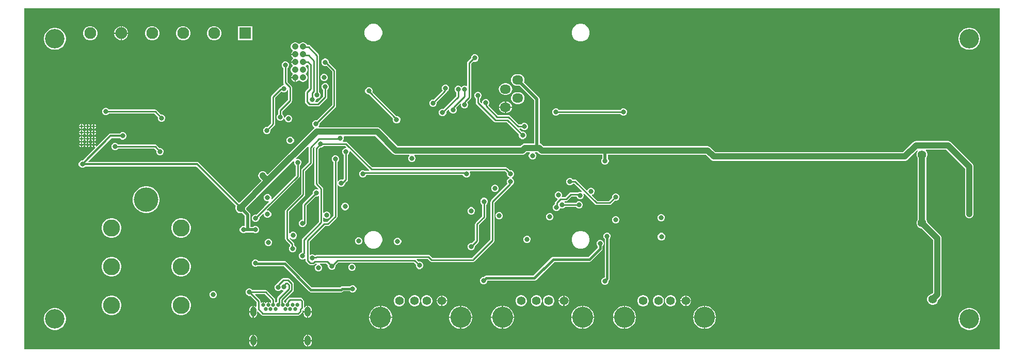
<source format=gbl>
G04 =========================================*
G04 Numerical Innovations - Layer Information*
G04 Units: English*
G04 Purpose: Bottom*
G04 Physical Order: 4*
G04 Stackup Order: 4*
G04 =========================================*
G04 FAB 3000 Version 8.3.44 (64-bit) - Gerber/CAM Software*
G04 RS274-X Output*
%FSLAX35Y35*%
%MIA0B0*%
%MOIN*%
%SFA1.000000B1.000000*%

%IPPOS*%
%AMROUNDEDRECTD125*
4,1,4,0.019685,0.011810,
-0.019685,0.011810,
-0.019685,-0.011810,
0.019685,-0.011810,
0.019685,0.011810,0.0*
4,1,4,0.000500,0.031495,
-0.000500,0.031495,
-0.000500,-0.031495,
0.000500,-0.031495,
0.000500,0.031495,0.0*
1,1,0.039370,0.000000,-0.011810*
1,1,0.039370,0.000000,-0.011810*
1,1,0.039370,0.000000,0.011810*
1,1,0.039370,0.000000,0.011810*
%
%ADD10C,0.010000*%
%ADD13C,0.019680*%
%ADD125ROUNDEDRECTD125*%
%ADD126C,0.025590*%
%ADD128C,0.015750*%
%ADD129C,0.039370*%
%ADD130C,0.013780*%
%ADD133O,0.070870X0.059060*%
%ADD134C,0.076770*%
%ADD135R,0.076770X0.076770*%
%ADD136C,0.041340*%
%ADD137C,0.055910*%
%ADD138C,0.135830*%
%ADD139C,0.110240*%
%ADD140C,0.157480*%
%ADD141C,0.125980*%
%ADD142C,0.031500*%
%ADD143C,0.055120*%
%ADD144C,0.019680*%
%LNuP-H Main PCBA Assy V04_0*%
%LPD*%
G36*
X661417Y129921D02*
G01X31496D01*
Y350394D01*
X31996D01*
X661417D01*
Y129921D01*
G37*
%LNuP-H Main PCBA Assy V04_1*%
%LPC*%
G36*
X154625Y338878D02*
G01X153407D01*
X152230Y338563D01*
X151175Y337954D01*
X150314Y337092D01*
X149705Y336037D01*
X149390Y334861D01*
Y333643D01*
X149705Y332466D01*
X150314Y331412D01*
X151175Y330550D01*
X152230Y329941D01*
X153407Y329626D01*
X154625D01*
X155801Y329941D01*
X156856Y330550D01*
X157718Y331412D01*
X158326Y332466D01*
X158642Y333643D01*
Y334861D01*
X158326Y336037D01*
X157718Y337092D01*
X156856Y337954D01*
X155801Y338563D01*
X154625Y338878D01*
G37*
G36*
X391500Y206496D02*
G01X389997D01*
X388545Y206107D01*
X387243Y205356D01*
X386180Y204293D01*
X385428Y202991D01*
X385039Y201539D01*
Y200036D01*
X385428Y198584D01*
X386180Y197282D01*
X387243Y196219D01*
X388545Y195468D01*
X389997Y195079D01*
X391500D01*
X392951Y195468D01*
X394253Y196219D01*
X395316Y197282D01*
X396068Y198584D01*
X396457Y200036D01*
Y201539D01*
X396068Y202991D01*
X395316Y204293D01*
X394253Y205356D01*
X392951Y206107D01*
X391500Y206496D01*
G37*
G36*
X51879Y337795D02*
G01X50483D01*
X49114Y337523D01*
X47824Y336989D01*
X46664Y336213D01*
X45676Y335226D01*
X44901Y334065D01*
X44367Y332776D01*
X44094Y331407D01*
Y330011D01*
X44367Y328642D01*
X44901Y327352D01*
X45676Y326191D01*
X46664Y325204D01*
X47824Y324429D01*
X49114Y323894D01*
X50483Y323622D01*
X51879D01*
X53248Y323894D01*
X54538Y324429D01*
X55699Y325204D01*
X56686Y326191D01*
X57461Y327352D01*
X57995Y328642D01*
X58268Y330011D01*
Y331407D01*
X57995Y332776D01*
X57461Y334065D01*
X56686Y335226D01*
X55699Y336213D01*
X54538Y336989D01*
X53248Y337523D01*
X51879Y337795D01*
G37*
G36*
Y156693D02*
G01X50483D01*
X49114Y156421D01*
X47824Y155886D01*
X46664Y155111D01*
X45676Y154124D01*
X44901Y152963D01*
X44367Y151673D01*
X44094Y150304D01*
Y148908D01*
X44367Y147539D01*
X44901Y146249D01*
X45676Y145089D01*
X46664Y144102D01*
X47824Y143326D01*
X49114Y142792D01*
X50483Y142520D01*
X51879D01*
X53248Y142792D01*
X54538Y143326D01*
X55699Y144102D01*
X56686Y145089D01*
X57461Y146249D01*
X57995Y147539D01*
X58268Y148908D01*
Y150304D01*
X57995Y151673D01*
X57461Y152963D01*
X56686Y154124D01*
X55699Y155111D01*
X54538Y155886D01*
X53248Y156421D01*
X51879Y156693D01*
G37*
G36*
X283936Y164961D02*
G01X282993D01*
X282082Y164716D01*
X281265Y164245D01*
X280598Y163578D01*
X280126Y162761D01*
X279882Y161850D01*
Y160906D01*
X280126Y159995D01*
X280598Y159178D01*
X281265Y158511D01*
X282082Y158039D01*
X282993Y157795D01*
X283936D01*
X284847Y158039D01*
X285664Y158511D01*
X286331Y159178D01*
X286803Y159995D01*
X287047Y160906D01*
Y161850D01*
X286803Y162761D01*
X286331Y163578D01*
X285664Y164245D01*
X284847Y164716D01*
X283936Y164961D01*
G37*
G36*
X642430Y337795D02*
G01X641034D01*
X639665Y337523D01*
X638376Y336989D01*
X637215Y336213D01*
X636228Y335226D01*
X635452Y334065D01*
X634918Y332776D01*
X634646Y331407D01*
Y330011D01*
X634918Y328642D01*
X635452Y327352D01*
X636228Y326191D01*
X637215Y325204D01*
X638376Y324429D01*
X639665Y323894D01*
X641034Y323622D01*
X642430D01*
X643799Y323894D01*
X645089Y324429D01*
X646250Y325204D01*
X647237Y326191D01*
X648012Y327352D01*
X648547Y328642D01*
X648819Y330011D01*
Y331407D01*
X648547Y332776D01*
X648012Y334065D01*
X647237Y335226D01*
X646250Y336213D01*
X645089Y336989D01*
X643799Y337523D01*
X642430Y337795D01*
G37*
G36*
X322757Y320604D02*
G01X321817D01*
X320949Y320244D01*
X320285Y319580D01*
X319925Y318712D01*
Y318238D01*
X317736Y316049D01*
X317451Y315623D01*
X317351Y315121D01*
Y300422D01*
X316851Y300131D01*
X316218Y300394D01*
X315278D01*
X314410Y300034D01*
X314039Y299663D01*
X313712Y299397D01*
X313386Y299663D01*
X313015Y300034D01*
X312147Y300394D01*
X311207D01*
X310339Y300034D01*
X309674Y299370D01*
X309314Y298501D01*
Y297562D01*
X309674Y296693D01*
X310339Y296029D01*
X310364Y296018D01*
Y293624D01*
X302070Y285330D01*
X302045Y285341D01*
X301105D01*
X300237Y284981D01*
X299572Y284317D01*
X299213Y283448D01*
Y282509D01*
X299572Y281641D01*
X300237Y280976D01*
X301105Y280616D01*
X302045D01*
X302913Y280976D01*
X303577Y281641D01*
X303937Y282509D01*
Y283448D01*
X303926Y283474D01*
X305389Y284937D01*
X305889Y284730D01*
Y284236D01*
X306249Y283367D01*
X306914Y282703D01*
X307782Y282343D01*
X308721D01*
X309590Y282703D01*
X310254Y283367D01*
X310614Y284236D01*
Y285175D01*
X310254Y286044D01*
X310174Y286123D01*
X313033Y288981D01*
X313457Y288698D01*
X313386Y288527D01*
Y287588D01*
X313745Y286719D01*
X314410Y286055D01*
X315278Y285695D01*
X316218D01*
X317086Y286055D01*
X317751Y286719D01*
X318110Y287588D01*
Y288527D01*
X317751Y289395D01*
X317516Y289630D01*
X319592Y291705D01*
X319877Y292131D01*
X319976Y292633D01*
Y314577D01*
X321437Y316037D01*
X321817Y315880D01*
X322757D01*
X323625Y316239D01*
X324290Y316904D01*
X324650Y317772D01*
Y318712D01*
X324290Y319580D01*
X323625Y320244D01*
X322757Y320604D01*
G37*
G36*
X304013Y301181D02*
G01X303073D01*
X302205Y300821D01*
X301541Y300157D01*
X301181Y299289D01*
Y298349D01*
X301541Y297481D01*
X301662Y297360D01*
X295771Y291469D01*
X295745Y291479D01*
X294806D01*
X293937Y291120D01*
X293273Y290455D01*
X292913Y289587D01*
Y288647D01*
X293273Y287779D01*
X293937Y287115D01*
X294806Y286755D01*
X295745D01*
X296614Y287115D01*
X297278Y287779D01*
X297638Y288647D01*
Y289587D01*
X297627Y289613D01*
X304060Y296045D01*
X304345Y296471D01*
X304371Y296605D01*
X304881Y296816D01*
X305546Y297481D01*
X305906Y298349D01*
Y299289D01*
X305546Y300157D01*
X304881Y300821D01*
X304013Y301181D01*
G37*
G36*
X254387Y299358D02*
G01X253447D01*
X252579Y298999D01*
X251915Y298334D01*
X251555Y297466D01*
Y296526D01*
X251915Y295658D01*
X252579Y294993D01*
X253447Y294634D01*
X254146D01*
X269640Y279139D01*
X269549Y278918D01*
Y277978D01*
X269908Y277110D01*
X270573Y276445D01*
X271441Y276086D01*
X272381D01*
X273249Y276445D01*
X273913Y277110D01*
X274273Y277978D01*
Y278918D01*
X273913Y279786D01*
X273249Y280450D01*
X272381Y280810D01*
X271682D01*
X256188Y296305D01*
X256279Y296526D01*
Y297466D01*
X255920Y298334D01*
X255255Y298999D01*
X254387Y299358D01*
G37*
G36*
X257641Y340354D02*
G01X256138D01*
X254686Y339965D01*
X253385Y339214D01*
X252322Y338151D01*
X251570Y336849D01*
X251181Y335397D01*
Y333894D01*
X251570Y332442D01*
X252322Y331140D01*
X253385Y330078D01*
X254686Y329326D01*
X256138Y328937D01*
X257641D01*
X259093Y329326D01*
X260395Y330078D01*
X261458Y331140D01*
X262209Y332442D01*
X262598Y333894D01*
Y335397D01*
X262209Y336849D01*
X261458Y338151D01*
X260395Y339214D01*
X259093Y339965D01*
X257641Y340354D01*
G37*
G36*
X74625Y338878D02*
G01X73407D01*
X72230Y338563D01*
X71175Y337954D01*
X70314Y337092D01*
X69705Y336037D01*
X69390Y334861D01*
Y333643D01*
X69705Y332466D01*
X70314Y331412D01*
X71175Y330550D01*
X72230Y329941D01*
X73407Y329626D01*
X74625D01*
X75801Y329941D01*
X76856Y330550D01*
X77718Y331412D01*
X78326Y332466D01*
X78642Y333643D01*
Y334861D01*
X78326Y336037D01*
X77718Y337092D01*
X76856Y337954D01*
X75801Y338563D01*
X74625Y338878D01*
G37*
G36*
X71887Y275610D02*
G01X71366Y275394D01*
X70912Y274940D01*
X70696Y274419D01*
X71887D01*
Y275610D01*
G37*
G36*
Y273632D02*
G01X70696D01*
X70912Y273111D01*
X71366Y272657D01*
X71887Y272442D01*
Y273632D01*
G37*
G36*
Y271673D02*
G01X71366Y271457D01*
X70912Y271003D01*
X70696Y270482D01*
X71887D01*
Y271673D01*
G37*
G36*
Y269695D02*
G01X70696D01*
X70912Y269174D01*
X71366Y268720D01*
X71887Y268505D01*
Y269695D01*
G37*
G36*
Y267736D02*
G01X71366Y267520D01*
X70912Y267066D01*
X70696Y266545D01*
X71887D01*
Y267736D01*
G37*
G36*
Y265758D02*
G01X70696D01*
X70912Y265237D01*
X71366Y264783D01*
X71887Y264567D01*
Y265758D01*
G37*
G36*
Y263799D02*
G01X71366Y263583D01*
X70912Y263129D01*
X70696Y262608D01*
X71887D01*
Y263799D01*
G37*
G36*
Y261821D02*
G01X70696D01*
X70912Y261300D01*
X71366Y260846D01*
X71887Y260630D01*
Y261821D01*
G37*
G36*
X443233Y217483D02*
G01X442293D01*
X441425Y217124D01*
X440760Y216459D01*
X440401Y215591D01*
Y214651D01*
X440760Y213783D01*
X441425Y213119D01*
X442293Y212759D01*
X443233D01*
X444101Y213119D01*
X444765Y213783D01*
X445125Y214651D01*
Y215591D01*
X444765Y216459D01*
X444101Y217124D01*
X443233Y217483D01*
G37*
G36*
X642430Y156693D02*
G01X641034D01*
X639665Y156421D01*
X638376Y155886D01*
X637215Y155111D01*
X636228Y154124D01*
X635452Y152963D01*
X634918Y151673D01*
X634646Y150304D01*
Y148908D01*
X634918Y147539D01*
X635452Y146249D01*
X636228Y145089D01*
X637215Y144102D01*
X638376Y143326D01*
X639665Y142792D01*
X641034Y142520D01*
X642430D01*
X643799Y142792D01*
X645089Y143326D01*
X646250Y144102D01*
X647237Y145089D01*
X648012Y146249D01*
X648547Y147539D01*
X648819Y148908D01*
Y150304D01*
X648547Y151673D01*
X648012Y152963D01*
X647237Y154124D01*
X646250Y155111D01*
X645089Y155886D01*
X643799Y156421D01*
X642430Y156693D01*
G37*
G36*
X371336Y217991D02*
G01X370396D01*
X369528Y217632D01*
X368864Y216967D01*
X368504Y216099D01*
Y215159D01*
X368864Y214291D01*
X369528Y213627D01*
X370396Y213267D01*
X371336D01*
X372204Y213627D01*
X372869Y214291D01*
X373228Y215159D01*
Y216099D01*
X372869Y216967D01*
X372204Y217632D01*
X371336Y217991D01*
G37*
G36*
X384328Y240730D02*
G01X383388D01*
X382520Y240371D01*
X381856Y239706D01*
X381496Y238838D01*
Y237898D01*
X381856Y237030D01*
X382520Y236366D01*
X383388Y236006D01*
X384328D01*
X385196Y236366D01*
X385861Y237030D01*
X385871Y237056D01*
X386605D01*
X391530Y232130D01*
X391247Y231706D01*
X390846Y231872D01*
X389906D01*
X389038Y231512D01*
X388938Y231413D01*
X384409D01*
X383907Y231313D01*
X383481Y231029D01*
X380716Y228263D01*
X378878D01*
X378544Y228764D01*
X378740Y229237D01*
Y230177D01*
X378380Y231045D01*
X377716Y231709D01*
X376848Y232069D01*
X375908D01*
X375040Y231709D01*
X374375Y231045D01*
X374016Y230177D01*
Y229237D01*
X374375Y228369D01*
X375040Y227704D01*
X375634Y227458D01*
X375765Y226883D01*
X374391Y225508D01*
X374106Y225082D01*
X374006Y224580D01*
Y223700D01*
X373859Y223639D01*
X373194Y222974D01*
X372835Y222106D01*
Y221166D01*
X373194Y220298D01*
X373859Y219633D01*
X374727Y219274D01*
X375667D01*
X376535Y219633D01*
X377199Y220298D01*
X377559Y221166D01*
X377720Y221273D01*
X378270Y221045D01*
X379210D01*
X380078Y221405D01*
X380743Y222070D01*
X380753Y222095D01*
X387635D01*
X387645Y222070D01*
X388310Y221405D01*
X389178Y221045D01*
X390118D01*
X390986Y221405D01*
X391650Y222070D01*
X392010Y222938D01*
Y223878D01*
X391650Y224746D01*
X390986Y225410D01*
X390118Y225770D01*
X389178D01*
X388310Y225410D01*
X387645Y224746D01*
X387635Y224720D01*
X380753D01*
X380743Y224746D01*
X380350Y225138D01*
X380557Y225638D01*
X381259D01*
X381762Y225738D01*
X382188Y226023D01*
X384953Y228788D01*
X388118D01*
X388373Y228172D01*
X389038Y227507D01*
X389906Y227148D01*
X390846D01*
X391714Y227507D01*
X392378Y228172D01*
X392738Y229040D01*
Y229980D01*
X392572Y230381D01*
X392996Y230665D01*
X400000Y223660D01*
X400426Y223376D01*
X400928Y223276D01*
X409511D01*
X410013Y223376D01*
X410439Y223660D01*
X412890Y226112D01*
X412916Y226102D01*
X413856D01*
X414724Y226461D01*
X415388Y227126D01*
X415748Y227994D01*
Y228934D01*
X415388Y229802D01*
X414724Y230467D01*
X413856Y230826D01*
X412916D01*
X412048Y230467D01*
X411383Y229802D01*
X411024Y228934D01*
Y227994D01*
X411034Y227969D01*
X408967Y225901D01*
X401472D01*
X398030Y229343D01*
X398168Y229912D01*
X398779Y230165D01*
X399444Y230829D01*
X399803Y231698D01*
Y232637D01*
X399444Y233506D01*
X398779Y234170D01*
X397911Y234530D01*
X396971D01*
X396103Y234170D01*
X395438Y233506D01*
X395185Y232895D01*
X394617Y232756D01*
X388076Y239296D01*
X387651Y239581D01*
X387148Y239681D01*
X385871D01*
X385861Y239706D01*
X385196Y240371D01*
X384328Y240730D01*
G37*
G36*
X413856Y216124D02*
G01X412916D01*
X412048Y215764D01*
X411383Y215100D01*
X411024Y214232D01*
Y213292D01*
X411383Y212424D01*
X412048Y211759D01*
X412916Y211400D01*
X413856D01*
X414724Y211759D01*
X415388Y212424D01*
X415748Y213292D01*
Y214232D01*
X415388Y215100D01*
X414724Y215764D01*
X413856Y216124D01*
G37*
G36*
X408344Y205512D02*
G01X407404D01*
X406536Y205152D01*
X405871Y204488D01*
X405512Y203620D01*
Y202680D01*
X405871Y201812D01*
X406268Y201415D01*
Y176391D01*
X406256Y176378D01*
X406018D01*
X405150Y176018D01*
X404486Y175354D01*
X404126Y174486D01*
Y173546D01*
X404486Y172678D01*
X405150Y172013D01*
X406018Y171653D01*
X406958D01*
X407826Y172013D01*
X408491Y172678D01*
X408850Y173546D01*
Y174431D01*
X409009Y174590D01*
X409358Y175111D01*
X409480Y175726D01*
Y201415D01*
X409877Y201812D01*
X410236Y202680D01*
Y203620D01*
X409877Y204488D01*
X409212Y205152D01*
X408344Y205512D01*
G37*
G36*
X443383Y205250D02*
G01X442444D01*
X441575Y204890D01*
X440911Y204225D01*
X440551Y203357D01*
Y202418D01*
X440911Y201549D01*
X441575Y200885D01*
X442444Y200525D01*
X443383D01*
X444251Y200885D01*
X444916Y201549D01*
X445276Y202418D01*
Y203357D01*
X444916Y204225D01*
X444251Y204890D01*
X443383Y205250D01*
G37*
G36*
X356613Y203467D02*
G01X355674D01*
X354805Y203108D01*
X354141Y202443D01*
X353781Y201575D01*
Y200635D01*
X354141Y199767D01*
X354805Y199103D01*
X355674Y198743D01*
X356613D01*
X357481Y199103D01*
X358146Y199767D01*
X358506Y200635D01*
Y201575D01*
X358146Y202443D01*
X357481Y203108D01*
X356613Y203467D01*
G37*
G36*
X418622Y158130D02*
G01X418285D01*
X416851Y157845D01*
X415500Y157285D01*
X414285Y156473D01*
X413251Y155439D01*
X412439Y154224D01*
X411880Y152873D01*
X411594Y151440D01*
Y151102D01*
X418622D01*
Y158130D01*
G37*
G36*
Y150315D02*
G01X411594D01*
Y149978D01*
X411880Y148544D01*
X412439Y147193D01*
X413251Y145978D01*
X414285Y144944D01*
X415500Y144132D01*
X416851Y143573D01*
X418285Y143287D01*
X418622D01*
Y150315D01*
G37*
G36*
X154013Y167717D02*
G01X153073D01*
X152205Y167357D01*
X151541Y166692D01*
X151181Y165824D01*
Y164884D01*
X151541Y164016D01*
X152205Y163352D01*
X153073Y162992D01*
X154013D01*
X154881Y163352D01*
X155546Y164016D01*
X155905Y164884D01*
Y165824D01*
X155546Y166692D01*
X154881Y167357D01*
X154013Y167717D01*
G37*
G36*
X178642Y338878D02*
G01X169390D01*
Y329626D01*
X178642D01*
Y338878D01*
G37*
G36*
X178858Y158002D02*
G01X178574Y157965D01*
X177942Y157703D01*
X177399Y157286D01*
X176982Y156744D01*
X176720Y156111D01*
X176631Y155433D01*
Y154646D01*
X178858D01*
Y158002D01*
G37*
G36*
Y153858D02*
G01X176631D01*
Y153071D01*
X176720Y152393D01*
X176982Y151760D01*
X177399Y151218D01*
X177942Y150801D01*
X178574Y150539D01*
X178858Y150502D01*
Y153858D01*
G37*
G36*
X179646Y139380D02*
G01Y136024D01*
X181873D01*
Y136811D01*
X181783Y137489D01*
X181522Y138121D01*
X181105Y138664D01*
X180562Y139081D01*
X179930Y139343D01*
X179646Y139380D01*
G37*
G36*
X178858D02*
G01X178574Y139343D01*
X177942Y139081D01*
X177399Y138664D01*
X176982Y138121D01*
X176720Y137489D01*
X176631Y136811D01*
Y136024D01*
X178858D01*
Y139380D01*
G37*
G36*
X181873Y135236D02*
G01X179646D01*
Y131880D01*
X179930Y131917D01*
X180562Y132179D01*
X181105Y132596D01*
X181522Y133138D01*
X181783Y133771D01*
X181873Y134449D01*
Y135236D01*
G37*
G36*
X178858D02*
G01X176631D01*
Y134449D01*
X176720Y133771D01*
X176982Y133138D01*
X177399Y132596D01*
X177942Y132179D01*
X178574Y131917D01*
X178858Y131880D01*
Y135236D01*
G37*
G36*
X94604Y338720D02*
G01X94409D01*
Y334646D01*
X98484D01*
Y334840D01*
X98180Y335977D01*
X97591Y336996D01*
X96759Y337828D01*
X95740Y338416D01*
X94604Y338720D01*
G37*
G36*
X93622D02*
G01X93427D01*
X92291Y338416D01*
X91272Y337828D01*
X90440Y336996D01*
X89852Y335977D01*
X89547Y334840D01*
Y334646D01*
X93622D01*
Y338720D01*
G37*
G36*
X98484Y333858D02*
G01X94409D01*
Y329784D01*
X94604D01*
X95740Y330088D01*
X96759Y330676D01*
X97591Y331508D01*
X98180Y332527D01*
X98484Y333664D01*
Y333858D01*
G37*
G36*
X93622D02*
G01X89547D01*
Y333664D01*
X89852Y332527D01*
X90440Y331508D01*
X91272Y330676D01*
X92291Y330088D01*
X93427Y329784D01*
X93622D01*
Y333858D01*
G37*
G36*
X134625Y338878D02*
G01X133407D01*
X132230Y338563D01*
X131175Y337954D01*
X130314Y337092D01*
X129705Y336037D01*
X129390Y334861D01*
Y333643D01*
X129705Y332466D01*
X130314Y331412D01*
X131175Y330550D01*
X132230Y329941D01*
X133407Y329626D01*
X134625D01*
X135801Y329941D01*
X136856Y330550D01*
X137717Y331412D01*
X138327Y332466D01*
X138642Y333643D01*
Y334861D01*
X138327Y336037D01*
X137717Y337092D01*
X136856Y337954D01*
X135801Y338563D01*
X134625Y338878D01*
G37*
G36*
X114625D02*
G01X113407D01*
X112230Y338563D01*
X111175Y337954D01*
X110314Y337092D01*
X109705Y336037D01*
X109390Y334861D01*
Y333643D01*
X109705Y332466D01*
X110314Y331412D01*
X111175Y330550D01*
X112230Y329941D01*
X113407Y329626D01*
X114625D01*
X115801Y329941D01*
X116856Y330550D01*
X117718Y331412D01*
X118326Y332466D01*
X118642Y333643D01*
Y334861D01*
X118326Y336037D01*
X117718Y337092D01*
X116856Y337954D01*
X115801Y338563D01*
X114625Y338878D01*
G37*
G36*
X203701Y267384D02*
G01X202762D01*
X201893Y267024D01*
X201229Y266360D01*
X200869Y265492D01*
Y264552D01*
X201229Y263684D01*
X201893Y263019D01*
X202762Y262659D01*
X203701D01*
X204570Y263019D01*
X205234Y263684D01*
X205594Y264552D01*
Y265492D01*
X205234Y266360D01*
X204570Y267024D01*
X203701Y267384D01*
G37*
G36*
X206032Y305181D02*
G01X203739D01*
X203913Y304534D01*
X204268Y303919D01*
X204770Y303416D01*
X205385Y303062D01*
X206032Y302888D01*
Y305181D01*
G37*
G36*
X338659Y218683D02*
G01X337719D01*
X336851Y218324D01*
X336186Y217659D01*
X335827Y216791D01*
Y215851D01*
X336186Y214983D01*
X336851Y214318D01*
X337719Y213959D01*
X338659D01*
X339527Y214318D01*
X340192Y214983D01*
X340551Y215851D01*
Y216791D01*
X340192Y217659D01*
X339527Y218324D01*
X338659Y218683D01*
G37*
G36*
X214843Y158002D02*
G01Y154646D01*
X217070D01*
Y155433D01*
X216980Y156111D01*
X216719Y156744D01*
X216302Y157286D01*
X215759Y157703D01*
X215127Y157965D01*
X214843Y158002D01*
G37*
G36*
X217070Y153858D02*
G01X214843D01*
Y150502D01*
X215127Y150539D01*
X215759Y150801D01*
X216302Y151218D01*
X216719Y151760D01*
X216980Y152393D01*
X217070Y153071D01*
Y153858D01*
G37*
G36*
X214055D02*
G01X211828D01*
Y153071D01*
X211917Y152393D01*
X212179Y151760D01*
X212596Y151218D01*
X213138Y150801D01*
X213771Y150539D01*
X214055Y150502D01*
Y153858D01*
G37*
G36*
X214843Y139380D02*
G01Y136024D01*
X217070D01*
Y136811D01*
X216980Y137489D01*
X216719Y138121D01*
X216302Y138664D01*
X215759Y139081D01*
X215127Y139343D01*
X214843Y139380D01*
G37*
G36*
X214055D02*
G01X213771Y139343D01*
X213138Y139081D01*
X212596Y138664D01*
X212179Y138121D01*
X211917Y137489D01*
X211828Y136811D01*
Y136024D01*
X214055D01*
Y139380D01*
G37*
G36*
X217070Y135236D02*
G01X214843D01*
Y131880D01*
X215127Y131917D01*
X215759Y132179D01*
X216302Y132596D01*
X216719Y133138D01*
X216980Y133771D01*
X217070Y134449D01*
Y135236D01*
G37*
G36*
X214055D02*
G01X211828D01*
Y134449D01*
X211917Y133771D01*
X212179Y133138D01*
X212596Y132596D01*
X213138Y132179D01*
X213771Y131917D01*
X214055Y131880D01*
Y135236D01*
G37*
G36*
X181177Y188056D02*
G01X180237D01*
X179369Y187696D01*
X178704Y187032D01*
X178345Y186163D01*
Y185224D01*
X178704Y184355D01*
X179369Y183691D01*
X180237Y183331D01*
X181177D01*
X182045Y183691D01*
X182182Y183827D01*
X198950D01*
X215427Y167350D01*
X215948Y167002D01*
X216562Y166880D01*
X216563D01*
X236119D01*
X236734Y167002D01*
X237255Y167350D01*
X237492Y167587D01*
X241831D01*
X242228Y167190D01*
X243097Y166831D01*
X244036D01*
X244905Y167190D01*
X245569Y167855D01*
X245929Y168723D01*
Y169663D01*
X245569Y170531D01*
X244905Y171195D01*
X244036Y171555D01*
X243097D01*
X242228Y171195D01*
X241831Y170799D01*
X236827D01*
X236212Y170676D01*
X235691Y170328D01*
X235454Y170091D01*
X217228D01*
X200750Y186568D01*
X200229Y186916D01*
X199615Y187039D01*
X182702D01*
X182045Y187696D01*
X181177Y188056D01*
G37*
G36*
X211802Y328429D02*
G01X211050D01*
X210324Y328234D01*
X209673Y327858D01*
X209234Y327419D01*
X208926Y327365D01*
X208617Y327419D01*
X208178Y327858D01*
X207527Y328234D01*
X206802Y328429D01*
X206050D01*
X205324Y328234D01*
X204673Y327858D01*
X204142Y327327D01*
X203766Y326676D01*
X203571Y325950D01*
Y325199D01*
X203766Y324473D01*
X204142Y323822D01*
X204673Y323290D01*
X204772Y323234D01*
Y323127D01*
X204722Y322685D01*
X204268Y322230D01*
X203913Y321616D01*
X203739Y320968D01*
X206426D01*
Y320181D01*
X203739D01*
X203913Y319534D01*
X204268Y318919D01*
X204770Y318417D01*
X204929Y318324D01*
Y317825D01*
X204770Y317733D01*
X204268Y317230D01*
X203913Y316616D01*
X203739Y315968D01*
X206426D01*
Y315181D01*
X203739D01*
X203913Y314534D01*
X204268Y313919D01*
X204722Y313464D01*
X204772Y313022D01*
Y312915D01*
X204673Y312859D01*
X204142Y312327D01*
X203766Y311676D01*
X203571Y310950D01*
Y310199D01*
X203766Y309473D01*
X204142Y308822D01*
X204673Y308291D01*
X204772Y308234D01*
Y308127D01*
X204722Y307685D01*
X204268Y307230D01*
X203913Y306615D01*
X203739Y305968D01*
X206426D01*
Y305574D01*
X206819D01*
Y302888D01*
X207467Y303062D01*
X208082Y303416D01*
X208536Y303871D01*
X208979Y303920D01*
X209085D01*
X209142Y303822D01*
X209673Y303291D01*
X210324Y302915D01*
X211050Y302720D01*
X211802D01*
X212527Y302915D01*
X213178Y303291D01*
X213710Y303822D01*
X214086Y304473D01*
X214280Y305199D01*
Y305950D01*
X214086Y306676D01*
X213710Y307327D01*
X213270Y307766D01*
X213216Y308074D01*
X213270Y308383D01*
X213710Y308822D01*
X214086Y309473D01*
X214280Y310199D01*
Y310950D01*
X214086Y311676D01*
X213710Y312327D01*
X213270Y312766D01*
X213216Y313074D01*
X213270Y313383D01*
X213710Y313822D01*
X213747Y313887D01*
X214372Y313969D01*
X215223Y313119D01*
Y299068D01*
X213024Y296870D01*
X212740Y296444D01*
X212640Y295942D01*
Y289972D01*
X212740Y289469D01*
X213024Y289044D01*
X214683Y287385D01*
X215108Y287101D01*
X215611Y287001D01*
X221196D01*
X221698Y287101D01*
X222124Y287385D01*
X226798Y292059D01*
X227082Y292485D01*
X227182Y292987D01*
Y297589D01*
X227207Y297600D01*
X227872Y298265D01*
X228232Y299133D01*
Y300072D01*
X227872Y300941D01*
X227207Y301605D01*
X226339Y301965D01*
X225399D01*
X224531Y301605D01*
X223867Y300941D01*
X223507Y300072D01*
Y299133D01*
X223867Y298265D01*
X224531Y297600D01*
X224557Y297589D01*
Y293531D01*
X220652Y289626D01*
X219640D01*
X219461Y290126D01*
X219802Y290950D01*
Y291471D01*
X219992Y291906D01*
X220264Y291929D01*
X220942D01*
X221811Y292289D01*
X222475Y292953D01*
X222835Y293822D01*
Y294761D01*
X222475Y295629D01*
X221811Y296294D01*
X221785Y296304D01*
Y318417D01*
Y319885D01*
X221685Y320387D01*
X221401Y320813D01*
X215921Y326293D01*
X215495Y326577D01*
X214993Y326677D01*
X214085D01*
X213710Y327327D01*
X213178Y327858D01*
X212527Y328234D01*
X211802Y328429D01*
G37*
G36*
X243492Y185465D02*
G01X242552D01*
X241684Y185105D01*
X241019Y184441D01*
X240660Y183572D01*
Y182633D01*
X241019Y181764D01*
X241684Y181100D01*
X242552Y180740D01*
X243492D01*
X244360Y181100D01*
X245025Y181764D01*
X245384Y182633D01*
Y183572D01*
X245025Y184441D01*
X244360Y185105D01*
X243492Y185465D01*
G37*
G36*
X274094Y164961D02*
G01X273150D01*
X272239Y164716D01*
X271422Y164245D01*
X270755Y163578D01*
X270284Y162761D01*
X270039Y161850D01*
Y160906D01*
X270284Y159995D01*
X270755Y159178D01*
X271422Y158511D01*
X272239Y158039D01*
X273150Y157795D01*
X274094D01*
X275005Y158039D01*
X275822Y158511D01*
X276489Y159178D01*
X276961Y159995D01*
X277205Y160906D01*
Y161850D01*
X276961Y162761D01*
X276489Y163578D01*
X275822Y164245D01*
X275005Y164716D01*
X274094Y164961D01*
G37*
G36*
X262266Y158130D02*
G01X261929D01*
Y151102D01*
X268957D01*
Y151440D01*
X268671Y152873D01*
X268112Y154224D01*
X267300Y155439D01*
X266266Y156473D01*
X265051Y157285D01*
X263700Y157845D01*
X262266Y158130D01*
G37*
G36*
X261142Y150315D02*
G01X254114D01*
Y149978D01*
X254399Y148544D01*
X254959Y147193D01*
X255771Y145978D01*
X256805Y144944D01*
X258020Y144132D01*
X259371Y143573D01*
X260805Y143287D01*
X261142D01*
Y150315D01*
G37*
G36*
X268957D02*
G01X261929D01*
Y143287D01*
X262266D01*
X263700Y143573D01*
X265051Y144132D01*
X266266Y144944D01*
X267300Y145978D01*
X268112Y147193D01*
X268671Y148544D01*
X268957Y149978D01*
Y150315D01*
G37*
G36*
X261142Y158130D02*
G01X260805D01*
X259371Y157845D01*
X258020Y157285D01*
X256805Y156473D01*
X255771Y155439D01*
X254959Y154224D01*
X254399Y152873D01*
X254114Y151440D01*
Y151102D01*
X261142D01*
Y158130D01*
G37*
G36*
X352834Y164961D02*
G01X351890D01*
X350979Y164716D01*
X350162Y164245D01*
X349495Y163578D01*
X349024Y162761D01*
X348780Y161850D01*
Y160906D01*
X349024Y159995D01*
X349495Y159178D01*
X350162Y158511D01*
X350979Y158039D01*
X351890Y157795D01*
X352834D01*
X353745Y158039D01*
X354562Y158511D01*
X355229Y159178D01*
X355701Y159995D01*
X355945Y160906D01*
Y161850D01*
X355701Y162761D01*
X355229Y163578D01*
X354562Y164245D01*
X353745Y164716D01*
X352834Y164961D01*
G37*
G36*
X362676D02*
G01X361733D01*
X360822Y164716D01*
X360005Y164245D01*
X359338Y163578D01*
X358866Y162761D01*
X358622Y161850D01*
Y160906D01*
X358866Y159995D01*
X359338Y159178D01*
X360005Y158511D01*
X360822Y158039D01*
X361733Y157795D01*
X362676D01*
X363588Y158039D01*
X364405Y158511D01*
X365072Y159178D01*
X365543Y159995D01*
X365787Y160906D01*
Y161850D01*
X365543Y162761D01*
X365072Y163578D01*
X364405Y164245D01*
X363588Y164716D01*
X362676Y164961D01*
G37*
G36*
X370550D02*
G01X369607D01*
X368696Y164716D01*
X367879Y164245D01*
X367212Y163578D01*
X366740Y162761D01*
X366496Y161850D01*
Y160906D01*
X366740Y159995D01*
X367212Y159178D01*
X367879Y158511D01*
X368696Y158039D01*
X369607Y157795D01*
X370550D01*
X371462Y158039D01*
X372278Y158511D01*
X372946Y159178D01*
X373417Y159995D01*
X373661Y160906D01*
Y161850D01*
X373417Y162761D01*
X372946Y163578D01*
X372278Y164245D01*
X371462Y164716D01*
X370550Y164961D01*
G37*
G36*
X379528Y164803D02*
G01X379470D01*
X378599Y164570D01*
X377818Y164119D01*
X377180Y163481D01*
X376729Y162700D01*
X376496Y161829D01*
Y161772D01*
X379528D01*
Y164803D01*
G37*
G36*
Y160984D02*
G01X376496D01*
Y160927D01*
X376729Y160056D01*
X377180Y159275D01*
X377818Y158637D01*
X378599Y158186D01*
X379470Y157953D01*
X379528D01*
Y160984D01*
G37*
G36*
X380372Y164803D02*
G01X380315D01*
Y161772D01*
X383347D01*
Y161829D01*
X383113Y162700D01*
X382662Y163481D01*
X382024Y164119D01*
X381243Y164570D01*
X380372Y164803D01*
G37*
G36*
X383347Y160984D02*
G01X380315D01*
Y157953D01*
X380372D01*
X381243Y158186D01*
X382024Y158637D01*
X382662Y159275D01*
X383113Y160056D01*
X383347Y160927D01*
Y160984D01*
G37*
G36*
X391614Y150315D02*
G01X384587D01*
Y149978D01*
X384872Y148544D01*
X385431Y147193D01*
X386243Y145978D01*
X387277Y144944D01*
X388493Y144132D01*
X389843Y143573D01*
X391277Y143287D01*
X391614D01*
Y150315D01*
G37*
G36*
X399429D02*
G01X392402D01*
Y143287D01*
X392739D01*
X394173Y143573D01*
X395523Y144132D01*
X396739Y144944D01*
X397772Y145978D01*
X398585Y147193D01*
X399144Y148544D01*
X399429Y149978D01*
Y150315D01*
G37*
G36*
X391614Y158130D02*
G01X391277D01*
X389843Y157845D01*
X388493Y157285D01*
X387277Y156473D01*
X386243Y155439D01*
X385431Y154224D01*
X384872Y152873D01*
X384587Y151440D01*
Y151102D01*
X391614D01*
Y158130D01*
G37*
G36*
X392739D02*
G01X392402D01*
Y151102D01*
X399429D01*
Y151440D01*
X399144Y152873D01*
X398585Y154224D01*
X397772Y155439D01*
X396739Y156473D01*
X395523Y157285D01*
X394173Y157845D01*
X392739Y158130D01*
G37*
G36*
X426437Y150315D02*
G01X419410D01*
Y143287D01*
X419747D01*
X421180Y143573D01*
X422531Y144132D01*
X423746Y144944D01*
X424780Y145978D01*
X425592Y147193D01*
X426152Y148544D01*
X426437Y149978D01*
Y150315D01*
G37*
G36*
X419747Y158130D02*
G01X419410D01*
Y151102D01*
X426437D01*
Y151440D01*
X426152Y152873D01*
X425592Y154224D01*
X424780Y155439D01*
X423746Y156473D01*
X422531Y157285D01*
X421180Y157845D01*
X419747Y158130D01*
G37*
G36*
X431574Y164961D02*
G01X430631D01*
X429719Y164716D01*
X428902Y164245D01*
X428235Y163578D01*
X427764Y162761D01*
X427520Y161850D01*
Y160906D01*
X427764Y159995D01*
X428235Y159178D01*
X428902Y158511D01*
X429719Y158039D01*
X430631Y157795D01*
X431574D01*
X432485Y158039D01*
X433302Y158511D01*
X433969Y159178D01*
X434441Y159995D01*
X434685Y160906D01*
Y161850D01*
X434441Y162761D01*
X433969Y163578D01*
X433302Y164245D01*
X432485Y164716D01*
X431574Y164961D01*
G37*
G36*
X441417D02*
G01X440473D01*
X439562Y164716D01*
X438745Y164245D01*
X438078Y163578D01*
X437606Y162761D01*
X437362Y161850D01*
Y160906D01*
X437606Y159995D01*
X438078Y159178D01*
X438745Y158511D01*
X439562Y158039D01*
X440473Y157795D01*
X441417D01*
X442328Y158039D01*
X443145Y158511D01*
X443812Y159178D01*
X444283Y159995D01*
X444527Y160906D01*
Y161850D01*
X444283Y162761D01*
X443812Y163578D01*
X443145Y164245D01*
X442328Y164716D01*
X441417Y164961D01*
G37*
G36*
X449291D02*
G01X448347D01*
X447436Y164716D01*
X446619Y164245D01*
X445952Y163578D01*
X445480Y162761D01*
X445236Y161850D01*
Y160906D01*
X445480Y159995D01*
X445952Y159178D01*
X446619Y158511D01*
X447436Y158039D01*
X448347Y157795D01*
X449291D01*
X450202Y158039D01*
X451019Y158511D01*
X451686Y159178D01*
X452157Y159995D01*
X452402Y160906D01*
Y161850D01*
X452157Y162761D01*
X451686Y163578D01*
X451019Y164245D01*
X450202Y164716D01*
X449291Y164961D01*
G37*
G36*
X459112Y164803D02*
G01X459055D01*
Y161772D01*
X462087D01*
Y161829D01*
X461853Y162700D01*
X461402Y163481D01*
X460765Y164119D01*
X459983Y164570D01*
X459112Y164803D01*
G37*
G36*
X458268D02*
G01X458211D01*
X457339Y164570D01*
X456558Y164119D01*
X455921Y163481D01*
X455470Y162700D01*
X455236Y161829D01*
Y161772D01*
X458268D01*
Y164803D01*
G37*
G36*
X462087Y160984D02*
G01X459055D01*
Y157953D01*
X459112D01*
X459983Y158186D01*
X460765Y158637D01*
X461402Y159275D01*
X461853Y160056D01*
X462087Y160927D01*
Y160984D01*
G37*
G36*
X470354Y150315D02*
G01X463327D01*
Y149978D01*
X463612Y148544D01*
X464171Y147193D01*
X464984Y145978D01*
X466017Y144944D01*
X467233Y144132D01*
X468583Y143573D01*
X470017Y143287D01*
X470354D01*
Y150315D01*
G37*
G36*
X478169D02*
G01X471142D01*
Y143287D01*
X471479D01*
X472913Y143573D01*
X474263Y144132D01*
X475479Y144944D01*
X476512Y145978D01*
X477325Y147193D01*
X477884Y148544D01*
X478169Y149978D01*
Y150315D01*
G37*
G36*
X470354Y158130D02*
G01X470017D01*
X468583Y157845D01*
X467233Y157285D01*
X466017Y156473D01*
X464984Y155439D01*
X464171Y154224D01*
X463612Y152873D01*
X463327Y151440D01*
Y151102D01*
X470354D01*
Y158130D01*
G37*
G36*
X471479D02*
G01X471142D01*
Y151102D01*
X478169D01*
Y151440D01*
X477884Y152873D01*
X477325Y154224D01*
X476512Y155439D01*
X475479Y156473D01*
X474263Y157285D01*
X472913Y157845D01*
X471479Y158130D01*
G37*
G36*
X458268Y160984D02*
G01X455236D01*
Y160927D01*
X455470Y160056D01*
X455921Y159275D01*
X456558Y158637D01*
X457339Y158186D01*
X458211Y157953D01*
X458268D01*
Y160984D01*
G37*
G36*
X312874Y150315D02*
G01X305847D01*
Y149978D01*
X306132Y148544D01*
X306691Y147193D01*
X307503Y145978D01*
X308537Y144944D01*
X309752Y144132D01*
X311103Y143573D01*
X312537Y143287D01*
X312874D01*
Y150315D01*
G37*
G36*
Y158130D02*
G01X312537D01*
X311103Y157845D01*
X309752Y157285D01*
X308537Y156473D01*
X307503Y155439D01*
X306691Y154224D01*
X306132Y152873D01*
X305847Y151440D01*
Y151102D01*
X312874D01*
Y158130D01*
G37*
G36*
X291810Y164961D02*
G01X290867D01*
X289956Y164716D01*
X289139Y164245D01*
X288472Y163578D01*
X288000Y162761D01*
X287756Y161850D01*
Y160906D01*
X288000Y159995D01*
X288472Y159178D01*
X289139Y158511D01*
X289956Y158039D01*
X290867Y157795D01*
X291810D01*
X292722Y158039D01*
X293538Y158511D01*
X294205Y159178D01*
X294677Y159995D01*
X294921Y160906D01*
Y161850D01*
X294677Y162761D01*
X294205Y163578D01*
X293538Y164245D01*
X292722Y164716D01*
X291810Y164961D01*
G37*
G36*
X300787Y160984D02*
G01X297756D01*
Y160927D01*
X297989Y160056D01*
X298440Y159275D01*
X299078Y158637D01*
X299859Y158186D01*
X300730Y157953D01*
X300787D01*
Y160984D01*
G37*
G36*
X304606D02*
G01X301575D01*
Y157953D01*
X301632D01*
X302503Y158186D01*
X303284Y158637D01*
X303922Y159275D01*
X304373Y160056D01*
X304606Y160927D01*
Y160984D01*
G37*
G36*
X300787Y164803D02*
G01X300730D01*
X299859Y164570D01*
X299078Y164119D01*
X298440Y163481D01*
X297989Y162700D01*
X297756Y161829D01*
Y161772D01*
X300787D01*
Y164803D01*
G37*
G36*
X301632D02*
G01X301575D01*
Y161772D01*
X304606D01*
Y161829D01*
X304373Y162700D01*
X303922Y163481D01*
X303284Y164119D01*
X302503Y164570D01*
X301632Y164803D01*
G37*
G36*
X320689Y150315D02*
G01X313661D01*
Y143287D01*
X313999D01*
X315432Y143573D01*
X316783Y144132D01*
X317999Y144944D01*
X319032Y145978D01*
X319844Y147193D01*
X320404Y148544D01*
X320689Y149978D01*
Y150315D01*
G37*
G36*
X313999Y158130D02*
G01X313661D01*
Y151102D01*
X320689D01*
Y151440D01*
X320404Y152873D01*
X319844Y154224D01*
X319032Y155439D01*
X317999Y156473D01*
X316783Y157285D01*
X315432Y157845D01*
X313999Y158130D01*
G37*
G36*
X339882Y150315D02*
G01X332854D01*
Y149978D01*
X333139Y148544D01*
X333699Y147193D01*
X334511Y145978D01*
X335545Y144944D01*
X336760Y144132D01*
X338111Y143573D01*
X339545Y143287D01*
X339882D01*
Y150315D01*
G37*
G36*
Y158130D02*
G01X339545D01*
X338111Y157845D01*
X336760Y157285D01*
X335545Y156473D01*
X334511Y155439D01*
X333699Y154224D01*
X333139Y152873D01*
X332854Y151440D01*
Y151102D01*
X339882D01*
Y158130D01*
G37*
G36*
X133298Y189764D02*
G01X132057D01*
X130840Y189522D01*
X129693Y189047D01*
X128662Y188357D01*
X127784Y187480D01*
X127095Y186448D01*
X126620Y185302D01*
X126378Y184085D01*
Y182844D01*
X126620Y181627D01*
X127095Y180481D01*
X127784Y179449D01*
X128662Y178572D01*
X129693Y177882D01*
X130840Y177407D01*
X132057Y177165D01*
X133298D01*
X134515Y177407D01*
X135661Y177882D01*
X136693Y178572D01*
X137570Y179449D01*
X138259Y180481D01*
X138734Y181627D01*
X138976Y182844D01*
Y184085D01*
X138734Y185302D01*
X138259Y186448D01*
X137570Y187480D01*
X136693Y188357D01*
X135661Y189047D01*
X134515Y189522D01*
X133298Y189764D01*
G37*
G36*
X88416Y164764D02*
G01X87175D01*
X85958Y164522D01*
X84812Y164047D01*
X83780Y163357D01*
X82902Y162480D01*
X82213Y161448D01*
X81738Y160302D01*
X81496Y159085D01*
Y157844D01*
X81738Y156627D01*
X82213Y155481D01*
X82902Y154449D01*
X83780Y153572D01*
X84812Y152882D01*
X85958Y152407D01*
X87175Y152165D01*
X88416D01*
X89633Y152407D01*
X90779Y152882D01*
X91811Y153572D01*
X92688Y154449D01*
X93378Y155481D01*
X93852Y156627D01*
X94095Y157844D01*
Y159085D01*
X93852Y160302D01*
X93378Y161448D01*
X92688Y162480D01*
X91811Y163357D01*
X90779Y164047D01*
X89633Y164522D01*
X88416Y164764D01*
G37*
G36*
X133298D02*
G01X132057D01*
X130840Y164522D01*
X129693Y164047D01*
X128662Y163357D01*
X127784Y162480D01*
X127095Y161448D01*
X126620Y160302D01*
X126378Y159085D01*
Y157844D01*
X126620Y156627D01*
X127095Y155481D01*
X127784Y154449D01*
X128662Y153572D01*
X129693Y152882D01*
X130840Y152407D01*
X132057Y152165D01*
X133298D01*
X134515Y152407D01*
X135661Y152882D01*
X136693Y153572D01*
X137570Y154449D01*
X138259Y155481D01*
X138734Y156627D01*
X138976Y157844D01*
Y159085D01*
X138734Y160302D01*
X138259Y161448D01*
X137570Y162480D01*
X136693Y163357D01*
X135661Y164047D01*
X134515Y164522D01*
X133298Y164764D01*
G37*
G36*
X88416Y189764D02*
G01X87175D01*
X85958Y189522D01*
X84812Y189047D01*
X83780Y188357D01*
X82902Y187480D01*
X82213Y186448D01*
X81738Y185302D01*
X81496Y184085D01*
Y182844D01*
X81738Y181627D01*
X82213Y180481D01*
X82902Y179449D01*
X83780Y178572D01*
X84812Y177882D01*
X85958Y177407D01*
X87175Y177165D01*
X88416D01*
X89633Y177407D01*
X90779Y177882D01*
X91811Y178572D01*
X92688Y179449D01*
X93378Y180481D01*
X93852Y181627D01*
X94095Y182844D01*
Y184085D01*
X93852Y185302D01*
X93378Y186448D01*
X92688Y187480D01*
X91811Y188357D01*
X90779Y189047D01*
X89633Y189522D01*
X88416Y189764D01*
G37*
G36*
X111089Y235354D02*
G01X109383D01*
X107710Y235021D01*
X106133Y234369D01*
X104715Y233421D01*
X103508Y232214D01*
X102561Y230796D01*
X101908Y229219D01*
X101575Y227546D01*
Y225840D01*
X101908Y224166D01*
X102561Y222590D01*
X103508Y221172D01*
X104715Y219965D01*
X106133Y219017D01*
X107710Y218364D01*
X109383Y218032D01*
X111089D01*
X112763Y218364D01*
X114339Y219017D01*
X115758Y219965D01*
X116964Y221172D01*
X117912Y222590D01*
X118565Y224166D01*
X118898Y225840D01*
Y227546D01*
X118565Y229219D01*
X117912Y230796D01*
X116964Y232214D01*
X115758Y233421D01*
X114339Y234369D01*
X112763Y235021D01*
X111089Y235354D01*
G37*
G36*
X133298Y214764D02*
G01X132057D01*
X130840Y214522D01*
X129693Y214047D01*
X128662Y213357D01*
X127784Y212480D01*
X127095Y211448D01*
X126620Y210302D01*
X126378Y209085D01*
Y207844D01*
X126620Y206627D01*
X127095Y205481D01*
X127784Y204449D01*
X128662Y203572D01*
X129693Y202882D01*
X130840Y202407D01*
X132057Y202165D01*
X133298D01*
X134515Y202407D01*
X135661Y202882D01*
X136693Y203572D01*
X137570Y204449D01*
X138259Y205481D01*
X138734Y206627D01*
X138976Y207844D01*
Y209085D01*
X138734Y210302D01*
X138259Y211448D01*
X137570Y212480D01*
X136693Y213357D01*
X135661Y214047D01*
X134515Y214522D01*
X133298Y214764D01*
G37*
G36*
X88416D02*
G01X87175D01*
X85958Y214522D01*
X84812Y214047D01*
X83780Y213357D01*
X82902Y212480D01*
X82213Y211448D01*
X81738Y210302D01*
X81496Y209085D01*
Y207844D01*
X81738Y206627D01*
X82213Y205481D01*
X82902Y204449D01*
X83780Y203572D01*
X84812Y202882D01*
X85958Y202407D01*
X87175Y202165D01*
X88416D01*
X89633Y202407D01*
X90779Y202882D01*
X91811Y203572D01*
X92688Y204449D01*
X93378Y205481D01*
X93852Y206627D01*
X94095Y207844D01*
Y209085D01*
X93852Y210302D01*
X93378Y211448D01*
X92688Y212480D01*
X91811Y213357D01*
X90779Y214047D01*
X89633Y214522D01*
X88416Y214764D01*
G37*
G36*
X201882Y176006D02*
G01X198661D01*
X198158Y175906D01*
X197732Y175621D01*
X194759Y172648D01*
X194651Y172486D01*
X193938Y172191D01*
X193273Y171526D01*
X192913Y170658D01*
Y169718D01*
X193273Y168850D01*
X193938Y168186D01*
X194806Y167826D01*
X195746D01*
X196614Y168186D01*
X197278Y168850D01*
X197443Y168883D01*
X197902Y168424D01*
X198694Y168096D01*
X198908Y167602D01*
X195017Y163711D01*
X194733Y163286D01*
X194633Y162783D01*
Y160750D01*
X194105Y160532D01*
X193921Y160348D01*
X193439Y160573D01*
Y162205D01*
X193339Y162707D01*
X193054Y163133D01*
X188330Y167857D01*
X187904Y168142D01*
X187402Y168242D01*
X178785D01*
X178774Y168267D01*
X178110Y168932D01*
X177242Y169291D01*
X176302D01*
X175434Y168932D01*
X174769Y168267D01*
X174409Y167399D01*
Y166459D01*
X174769Y165591D01*
X175434Y164927D01*
X176302Y164567D01*
X177242D01*
X177267Y164577D01*
X181368Y160477D01*
Y157715D01*
X180868Y157468D01*
X180562Y157703D01*
X179930Y157965D01*
X179646Y158002D01*
Y154252D01*
Y150502D01*
X179930Y150539D01*
X180562Y150801D01*
X181105Y151218D01*
X181522Y151760D01*
X181783Y152393D01*
X181873Y153071D01*
Y154268D01*
X182335Y154459D01*
X184573Y152222D01*
X184998Y151937D01*
X185501Y151837D01*
X208268D01*
X208770Y151937D01*
X209196Y152222D01*
X210771Y153796D01*
X211055Y154222D01*
X211155Y154724D01*
Y155223D01*
X211328Y155342D01*
X211828Y155079D01*
Y154646D01*
X214055D01*
Y158002D01*
X213771Y157965D01*
X213138Y157703D01*
X212596Y157286D01*
X212442Y157087D01*
X211943Y157256D01*
Y161246D01*
X211843Y161748D01*
X211558Y162174D01*
X210771Y162962D01*
X210345Y163246D01*
X209842Y163346D01*
X203150D01*
X202647Y163246D01*
X202221Y162962D01*
X200912Y161653D01*
X200628Y161227D01*
X200528Y160724D01*
Y160583D01*
X200404Y160532D01*
X200000Y160128D01*
X199596Y160532D01*
X199068Y160750D01*
Y161490D01*
X205053Y167475D01*
X205338Y167901D01*
X205438Y168403D01*
Y172450D01*
X205338Y172952D01*
X205053Y173378D01*
X202810Y175621D01*
X202384Y175906D01*
X201882Y176006D01*
G37*
G36*
X189641Y201484D02*
G01X188702D01*
X187833Y201125D01*
X187169Y200460D01*
X186809Y199592D01*
Y198652D01*
X187169Y197784D01*
X187833Y197119D01*
X188702Y196760D01*
X189641D01*
X190510Y197119D01*
X191174Y197784D01*
X191534Y198652D01*
Y199592D01*
X191174Y200460D01*
X190510Y201125D01*
X189641Y201484D01*
G37*
G36*
X200470Y316142D02*
G01X199530D01*
X198662Y315782D01*
X197997Y315118D01*
X197638Y314249D01*
Y313310D01*
X197997Y312441D01*
X198662Y311777D01*
X198687Y311766D01*
Y302283D01*
X198787Y301781D01*
X199072Y301355D01*
X199105Y301322D01*
X198898Y300822D01*
X198594D01*
X197726Y300463D01*
X197061Y299798D01*
X196876Y299350D01*
X196592Y299294D01*
X196166Y299009D01*
X191198Y294041D01*
X190913Y293615D01*
X190813Y293112D01*
Y276134D01*
X188439Y273760D01*
X187522D01*
X186654Y273401D01*
X185990Y272736D01*
X185630Y271868D01*
Y270928D01*
X185990Y270060D01*
X186654Y269395D01*
X187522Y269036D01*
X188462D01*
X189330Y269395D01*
X189995Y270060D01*
X190354Y270928D01*
Y271868D01*
X190327Y271935D01*
X193054Y274662D01*
X193339Y275088D01*
X193439Y275590D01*
Y292569D01*
X197527Y296657D01*
X197726Y296458D01*
X198594Y296098D01*
X199534D01*
X200402Y296458D01*
X201066Y297122D01*
X201205Y297457D01*
X201705Y297358D01*
Y291182D01*
X195875Y285352D01*
X195590Y284926D01*
X195490Y284424D01*
Y282025D01*
X195465Y282014D01*
X194800Y281350D01*
X194441Y280481D01*
Y279542D01*
X194800Y278673D01*
X195465Y278009D01*
X196333Y277649D01*
X197273D01*
X198141Y278009D01*
X198806Y278673D01*
X199064Y279297D01*
X199564Y279197D01*
Y278620D01*
X199923Y277752D01*
X200588Y277087D01*
X201456Y276728D01*
X202396D01*
X203264Y277087D01*
X203929Y277752D01*
X204288Y278620D01*
Y279560D01*
X203929Y280428D01*
X203264Y281092D01*
X202396Y281452D01*
X201456D01*
X200588Y281092D01*
X199923Y280428D01*
X199665Y279804D01*
X199165Y279904D01*
Y280481D01*
X198806Y281350D01*
X198141Y282014D01*
X198116Y282025D01*
Y283880D01*
X203946Y289711D01*
X204230Y290137D01*
X204330Y290639D01*
Y299266D01*
X204230Y299768D01*
X203946Y300194D01*
X201313Y302827D01*
Y311766D01*
X201338Y311777D01*
X202003Y312441D01*
X202362Y313310D01*
Y314249D01*
X202003Y315118D01*
X201338Y315782D01*
X200470Y316142D01*
G37*
G36*
X90467Y263396D02*
G01X89527D01*
X88659Y263036D01*
X87994Y262371D01*
X87635Y261503D01*
Y260564D01*
X87994Y259695D01*
X88659Y259031D01*
X89527Y258671D01*
X90467D01*
X91335Y259031D01*
X92000Y259695D01*
X92010Y259721D01*
X115391D01*
X116743Y258369D01*
X116732Y258344D01*
Y257404D01*
X117092Y256536D01*
X117756Y255871D01*
X118625Y255512D01*
X119564D01*
X120433Y255871D01*
X121097Y256536D01*
X121457Y257404D01*
Y258344D01*
X121097Y259212D01*
X120433Y259877D01*
X119564Y260236D01*
X118625D01*
X118599Y260226D01*
X116863Y261962D01*
X116437Y262246D01*
X115935Y262346D01*
X92010D01*
X92000Y262371D01*
X91335Y263036D01*
X90467Y263396D01*
G37*
G36*
X84561Y286034D02*
G01X83622D01*
X82753Y285674D01*
X82089Y285009D01*
X81729Y284141D01*
Y283201D01*
X82089Y282333D01*
X82753Y281669D01*
X83622Y281309D01*
X84561D01*
X85430Y281669D01*
X86094Y282333D01*
X86105Y282359D01*
X115391D01*
X117727Y280023D01*
X117717Y279997D01*
Y279058D01*
X118076Y278189D01*
X118741Y277525D01*
X119609Y277165D01*
X120549D01*
X121417Y277525D01*
X122081Y278189D01*
X122441Y279058D01*
Y279997D01*
X122081Y280866D01*
X121417Y281530D01*
X120549Y281890D01*
X119609D01*
X119583Y281879D01*
X117070Y284393D01*
X116863Y284599D01*
X116437Y284884D01*
X115935Y284984D01*
X86105D01*
X86094Y285009D01*
X85430Y285674D01*
X84561Y286034D01*
G37*
G36*
X72674Y275610D02*
G01Y274419D01*
X73864D01*
X73649Y274940D01*
X73195Y275394D01*
X72674Y275610D01*
G37*
G36*
X73864Y273632D02*
G01X72674D01*
Y272442D01*
X73195Y272657D01*
X73649Y273111D01*
X73864Y273632D01*
G37*
G36*
X72674Y271673D02*
G01Y270482D01*
X73864D01*
X73649Y271003D01*
X73195Y271457D01*
X72674Y271673D01*
G37*
G36*
X73864Y269695D02*
G01X72674D01*
Y268505D01*
X73195Y268720D01*
X73649Y269174D01*
X73864Y269695D01*
G37*
G36*
Y265758D02*
G01X72674D01*
Y264567D01*
X73195Y264783D01*
X73649Y265237D01*
X73864Y265758D01*
G37*
G36*
X72674Y263799D02*
G01Y262608D01*
X73864D01*
X73649Y263129D01*
X73195Y263583D01*
X72674Y263799D01*
G37*
G36*
X73864Y261821D02*
G01X72674D01*
Y260630D01*
X73195Y260846D01*
X73649Y261300D01*
X73864Y261821D01*
G37*
G36*
X72674Y267736D02*
G01Y266545D01*
X73864D01*
X73649Y267066D01*
X73195Y267520D01*
X72674Y267736D01*
G37*
G36*
X67950Y275610D02*
G01X67429Y275394D01*
X66975Y274940D01*
X66759Y274419D01*
X67950D01*
Y275610D01*
G37*
G36*
Y273632D02*
G01X66759D01*
X66975Y273111D01*
X67429Y272657D01*
X67950Y272442D01*
Y273632D01*
G37*
G36*
Y269695D02*
G01X66759D01*
X66975Y269174D01*
X67429Y268720D01*
X67950Y268505D01*
Y269695D01*
G37*
G36*
Y267736D02*
G01X67429Y267520D01*
X66975Y267066D01*
X66759Y266545D01*
X67950D01*
Y267736D01*
G37*
G36*
Y265758D02*
G01X66759D01*
X66975Y265237D01*
X67429Y264783D01*
X67950Y264567D01*
Y265758D01*
G37*
G36*
Y263799D02*
G01X67429Y263583D01*
X66975Y263129D01*
X66759Y262608D01*
X67950D01*
Y263799D01*
G37*
G36*
Y261821D02*
G01X66759D01*
X66975Y261300D01*
X67429Y260846D01*
X67950Y260630D01*
Y261821D01*
G37*
G36*
Y271673D02*
G01X67429Y271457D01*
X66975Y271003D01*
X66759Y270482D01*
X67950D01*
Y271673D01*
G37*
G36*
X68737Y275610D02*
G01Y274419D01*
X69927D01*
X69712Y274940D01*
X69258Y275394D01*
X68737Y275610D01*
G37*
G36*
X69927Y273632D02*
G01X68737D01*
Y272442D01*
X69258Y272657D01*
X69712Y273111D01*
X69927Y273632D01*
G37*
G36*
X68737Y271673D02*
G01Y270482D01*
X69927D01*
X69712Y271003D01*
X69258Y271457D01*
X68737Y271673D01*
G37*
G36*
Y267736D02*
G01Y266545D01*
X69927D01*
X69712Y267066D01*
X69258Y267520D01*
X68737Y267736D01*
G37*
G36*
X69927Y265758D02*
G01X68737D01*
Y264567D01*
X69258Y264783D01*
X69712Y265237D01*
X69927Y265758D01*
G37*
G36*
X68737Y263799D02*
G01Y262608D01*
X69927D01*
X69712Y263129D01*
X69258Y263583D01*
X68737Y263799D01*
G37*
G36*
X69927Y261821D02*
G01X68737D01*
Y260630D01*
X69258Y260846D01*
X69712Y261300D01*
X69927Y261821D01*
G37*
G36*
Y269695D02*
G01X68737D01*
Y268505D01*
X69258Y268720D01*
X69712Y269174D01*
X69927Y269695D01*
G37*
G36*
X347697Y150315D02*
G01X340669D01*
Y143287D01*
X341006D01*
X342440Y143573D01*
X343791Y144132D01*
X345006Y144944D01*
X346040Y145978D01*
X346852Y147193D01*
X347412Y148544D01*
X347697Y149978D01*
Y150315D01*
G37*
G36*
X341006Y158130D02*
G01X340669D01*
Y151102D01*
X347697D01*
Y151440D01*
X347412Y152873D01*
X346852Y154224D01*
X346040Y155439D01*
X345006Y156473D01*
X343791Y157285D01*
X342440Y157845D01*
X341006Y158130D01*
G37*
G36*
X403748Y200787D02*
G01X402808D01*
X401940Y200428D01*
X401275Y199763D01*
X400916Y198895D01*
Y197955D01*
X401275Y197087D01*
X401672Y196690D01*
Y195769D01*
X395679Y189776D01*
X373052D01*
X372438Y189653D01*
X371917Y189305D01*
X360202Y177590D01*
X329671D01*
X329056Y177468D01*
X328535Y177120D01*
X328059Y176643D01*
X327491D01*
X326623Y176284D01*
X325958Y175619D01*
X325598Y174751D01*
Y173811D01*
X325958Y172943D01*
X326623Y172279D01*
X327491Y171919D01*
X328431D01*
X329299Y172279D01*
X329963Y172943D01*
X330323Y173811D01*
Y174366D01*
X330336Y174379D01*
X360867D01*
X361481Y174501D01*
X362002Y174849D01*
X373717Y186564D01*
X396344D01*
X396958Y186686D01*
X397479Y187034D01*
X404413Y193968D01*
X404761Y194489D01*
X404883Y195104D01*
Y196690D01*
X405280Y197087D01*
X405640Y197955D01*
Y198895D01*
X405280Y199763D01*
X404616Y200428D01*
X403748Y200787D01*
G37*
G36*
X226339Y317933D02*
G01X225399D01*
X224531Y317573D01*
X223867Y316909D01*
X223507Y316041D01*
Y315101D01*
X223867Y314233D01*
X224531Y313568D01*
X225399Y313209D01*
X226339D01*
X226616Y313323D01*
X230257Y309682D01*
Y287896D01*
X220337Y277976D01*
X220312Y277987D01*
X219372D01*
X218504Y277627D01*
X217839Y276963D01*
X217480Y276095D01*
Y275155D01*
X217839Y274287D01*
X218504Y273622D01*
X218752Y273519D01*
X218755Y272977D01*
X218311Y272636D01*
X188558Y242883D01*
X187832Y243608D01*
X187737Y243839D01*
X187295Y244415D01*
X186720Y244856D01*
X186049Y245134D01*
X185330Y245229D01*
X184610Y245134D01*
X183940Y244856D01*
X183364Y244415D01*
X182922Y243839D01*
X182645Y243168D01*
X182550Y242449D01*
Y242180D01*
X182645Y241461D01*
X182922Y240790D01*
X183364Y240215D01*
X184627Y238952D01*
X170632Y224957D01*
X170046Y224800D01*
X144175Y250671D01*
X143686Y250997D01*
X143110Y251112D01*
X73015D01*
X72823Y251573D01*
X87668Y266418D01*
X93083D01*
X93580Y265921D01*
X94448Y265561D01*
X95388D01*
X96256Y265921D01*
X96921Y266585D01*
X97280Y267453D01*
Y268393D01*
X96921Y269261D01*
X96256Y269926D01*
X95388Y270285D01*
X94448D01*
X93580Y269926D01*
X93083Y269428D01*
X87044D01*
X86468Y269314D01*
X85980Y268988D01*
X77940Y260948D01*
X77586Y261300D01*
X77801Y261821D01*
X76611D01*
Y260630D01*
X77132Y260846D01*
X77484Y260492D01*
X68961Y251969D01*
X68459D01*
X67591Y251609D01*
X66927Y250944D01*
X66567Y250076D01*
Y249136D01*
X66927Y248268D01*
X67591Y247604D01*
X68459Y247244D01*
X69399D01*
X70267Y247604D01*
X70764Y248101D01*
X142487D01*
X167917Y222671D01*
X167717Y221923D01*
Y220990D01*
X167958Y220089D01*
X168424Y219281D01*
X169084Y218621D01*
X169892Y218155D01*
X170793Y217913D01*
X171726D01*
X172066Y218004D01*
X173883Y216187D01*
Y209904D01*
X173468Y209626D01*
X173401Y209653D01*
X172461D01*
X171593Y209294D01*
X170929Y208629D01*
X170569Y207761D01*
Y206821D01*
X170929Y205953D01*
X171593Y205289D01*
X172461Y204929D01*
X173401D01*
X174269Y205289D01*
X174466Y205485D01*
X179173D01*
X179369Y205289D01*
X180237Y204929D01*
X181177D01*
X182045Y205289D01*
X182710Y205953D01*
X183069Y206821D01*
Y207761D01*
X182710Y208629D01*
X182045Y209294D01*
X181177Y209653D01*
X180237D01*
X179369Y209294D01*
X179173Y209098D01*
X177496D01*
Y216935D01*
X177359Y217627D01*
X176967Y218213D01*
X174673Y220506D01*
X174803Y220990D01*
Y221266D01*
X190524Y236986D01*
X205250Y251713D01*
X205674Y251430D01*
X205602Y251255D01*
Y250315D01*
X205961Y249447D01*
X206626Y248782D01*
X206651Y248772D01*
Y242397D01*
X191268Y227013D01*
X190844Y227296D01*
X190920Y227480D01*
Y228420D01*
X190561Y229288D01*
X189896Y229953D01*
X189028Y230312D01*
X188088D01*
X187220Y229953D01*
X186556Y229288D01*
X186196Y228420D01*
Y227480D01*
X186556Y226612D01*
X187220Y225948D01*
X188088Y225588D01*
X189028D01*
X189212Y225664D01*
X189495Y225240D01*
X186517Y222262D01*
X186415Y222194D01*
X181402Y217181D01*
X181376Y217191D01*
X180436D01*
X179568Y216832D01*
X178904Y216167D01*
X178544Y215299D01*
Y214359D01*
X178904Y213491D01*
X179568Y212826D01*
X180436Y212467D01*
X181376D01*
X182244Y212826D01*
X182909Y213491D01*
X183268Y214359D01*
Y215299D01*
X183258Y215324D01*
X185696Y217762D01*
X186196Y217555D01*
Y216899D01*
X186556Y216031D01*
X187220Y215367D01*
X188088Y215007D01*
X189028D01*
X189896Y215367D01*
X190561Y216031D01*
X190920Y216899D01*
Y217839D01*
X190561Y218707D01*
X189896Y219372D01*
X189028Y219731D01*
X188372D01*
X188165Y220231D01*
X188203Y220269D01*
X188305Y220338D01*
X208892Y240925D01*
X209177Y241351D01*
X209277Y241853D01*
Y248772D01*
X209302Y248782D01*
X209967Y249447D01*
X210326Y250315D01*
Y251255D01*
X209967Y252123D01*
X209302Y252788D01*
X208434Y253147D01*
X207494D01*
X207319Y253075D01*
X207036Y253499D01*
X214564Y261026D01*
X215025Y260780D01*
X214963Y260472D01*
Y250893D01*
X210644Y246574D01*
X210359Y246148D01*
X210259Y245645D01*
Y230541D01*
X200253Y220534D01*
X199968Y220109D01*
X199869Y219606D01*
Y201484D01*
X199968Y200982D01*
X200253Y200556D01*
X203122Y197687D01*
Y196784D01*
X202785Y196448D01*
X202426Y195580D01*
Y194641D01*
X202785Y193772D01*
X203450Y193108D01*
X204318Y192748D01*
X205258D01*
X206126Y193108D01*
X206791Y193772D01*
X207150Y194641D01*
Y195580D01*
X206791Y196448D01*
X206126Y197113D01*
X205747Y197270D01*
Y198231D01*
X205647Y198733D01*
X205362Y199159D01*
X202760Y201762D01*
X202768Y201789D01*
X203334Y201930D01*
X203692Y201572D01*
X204560Y201213D01*
X205500D01*
X206368Y201572D01*
X207032Y202237D01*
X207392Y203105D01*
Y204045D01*
X207032Y204913D01*
X206368Y205577D01*
X205500Y205937D01*
X204560D01*
X203692Y205577D01*
X203027Y204913D01*
X202994Y204832D01*
X202494Y204931D01*
Y219063D01*
X212500Y229069D01*
X212785Y229495D01*
X212884Y229997D01*
Y245102D01*
X217204Y249421D01*
X217489Y249847D01*
X217589Y250350D01*
Y259929D01*
X218604Y260945D01*
X218993Y260626D01*
X218793Y260326D01*
X218693Y259824D01*
Y236933D01*
X218793Y236431D01*
X219077Y236005D01*
X221370Y233713D01*
X221087Y233289D01*
X220475Y233542D01*
X219535D01*
X218667Y233182D01*
X218003Y232518D01*
X217643Y231650D01*
Y230710D01*
X217706Y230557D01*
X211572Y224423D01*
X211287Y223997D01*
X211187Y223495D01*
Y213862D01*
X210564D01*
X209696Y213503D01*
X209031Y212838D01*
X208672Y211970D01*
Y211030D01*
X209031Y210162D01*
X209696Y209497D01*
X210564Y209138D01*
X211504D01*
X212372Y209497D01*
X213036Y210162D01*
X213103Y210323D01*
X213428Y210540D01*
X213713Y210966D01*
X213813Y211469D01*
Y222951D01*
X219679Y228818D01*
X220475D01*
X221343Y229177D01*
X221394Y229228D01*
X221856Y229036D01*
Y212532D01*
X211050Y201726D01*
X210766Y201300D01*
X210665Y200798D01*
Y192902D01*
X210653D01*
X209785Y192542D01*
X209121Y191877D01*
X208761Y191009D01*
Y190069D01*
X209121Y189201D01*
X209785Y188537D01*
X210653Y188177D01*
X211593D01*
X212461Y188537D01*
X212507Y188583D01*
X212969Y188391D01*
Y187532D01*
X213069Y187029D01*
X213354Y186603D01*
X215027Y184930D01*
X215453Y184646D01*
X215955Y184546D01*
X218219D01*
X218721Y184646D01*
X219147Y184930D01*
X219550Y185333D01*
X220225D01*
X220324Y184833D01*
X220030Y184711D01*
X219366Y184047D01*
X219006Y183179D01*
Y182239D01*
X219366Y181371D01*
X220030Y180706D01*
X220899Y180347D01*
X221838D01*
X222707Y180706D01*
X223371Y181371D01*
X223731Y182239D01*
Y183179D01*
X223371Y184047D01*
X222707Y184711D01*
X222412Y184833D01*
X222512Y185333D01*
X226556D01*
X227572Y184317D01*
X227561Y184292D01*
Y183352D01*
X227921Y182484D01*
X228586Y181819D01*
X229454Y181459D01*
X230393D01*
X231262Y181819D01*
X231926Y182484D01*
X232286Y183352D01*
Y184292D01*
X232275Y184317D01*
X234145Y186187D01*
X282822D01*
X284262Y184747D01*
X284252Y184722D01*
Y183782D01*
X284612Y182914D01*
X285276Y182249D01*
X286144Y181890D01*
X287084D01*
X287952Y182249D01*
X288617Y182914D01*
X288976Y183782D01*
Y184722D01*
X288617Y185590D01*
X287952Y186255D01*
X287084Y186614D01*
X286144D01*
X286119Y186604D01*
X284771Y187951D01*
X284978Y188451D01*
X291985D01*
X293569Y186867D01*
X293994Y186583D01*
X294497Y186483D01*
X321380D01*
X321883Y186583D01*
X322309Y186867D01*
X322593Y187293D01*
X322596Y187304D01*
X334786Y199495D01*
X335071Y199921D01*
X335171Y200424D01*
Y224832D01*
X345989Y235651D01*
X346274Y236077D01*
X346288Y236149D01*
X346811Y236366D01*
X347475Y237030D01*
X347835Y237898D01*
Y238838D01*
X347475Y239706D01*
X346811Y240371D01*
X346358Y240558D01*
Y241099D01*
X346811Y241287D01*
X347475Y241951D01*
X347835Y242820D01*
Y243759D01*
X347475Y244628D01*
X346811Y245292D01*
X345942Y245652D01*
X345003D01*
X344977Y245641D01*
X343421Y247197D01*
X342996Y247481D01*
X342493Y247581D01*
X256244D01*
X240101Y263723D01*
X239676Y264008D01*
X239173Y264108D01*
X237348D01*
X237141Y264608D01*
X237535Y265002D01*
X237894Y265870D01*
Y266809D01*
X237653Y267391D01*
X237975Y267891D01*
X258100D01*
X269491Y256499D01*
X270067Y256057D01*
X270737Y255780D01*
X271457Y255685D01*
X280013D01*
X280220Y255185D01*
X279759Y254724D01*
X279399Y253856D01*
Y252916D01*
X279759Y252048D01*
X280423Y251383D01*
X281292Y251024D01*
X282231D01*
X283100Y251383D01*
X283764Y252048D01*
X284124Y252916D01*
Y253856D01*
X283764Y254724D01*
X283303Y255185D01*
X283510Y255685D01*
X352975D01*
X353694Y255780D01*
X354364Y256057D01*
X354940Y256499D01*
X355898Y257456D01*
X357890D01*
X358097Y256957D01*
X357597Y256456D01*
X357237Y255588D01*
Y254648D01*
X357597Y253780D01*
X358261Y253116D01*
X359130Y252756D01*
X360069D01*
X360938Y253116D01*
X361602Y253780D01*
X361962Y254648D01*
Y255588D01*
X361602Y256456D01*
X361102Y256957D01*
X361309Y257456D01*
X362825D01*
X363783Y256499D01*
X364358Y256057D01*
X365029Y255780D01*
X365748Y255685D01*
X404754D01*
Y253306D01*
X404558Y253110D01*
X404198Y252241D01*
Y251302D01*
X404558Y250434D01*
X405222Y249769D01*
X406090Y249410D01*
X407030D01*
X407898Y249769D01*
X408563Y250434D01*
X408922Y251302D01*
Y252241D01*
X408563Y253110D01*
X408367Y253306D01*
Y255685D01*
X471683D01*
X474750Y252618D01*
X475326Y252176D01*
X475996Y251899D01*
X476716Y251804D01*
X600056D01*
X600775Y251899D01*
X601446Y252176D01*
X602022Y252618D01*
X608189Y258785D01*
X608350Y258753D01*
X608515Y258211D01*
X608385Y258081D01*
X607919Y257273D01*
X607677Y256372D01*
Y255439D01*
X607919Y254538D01*
X608385Y253730D01*
X608441Y253674D01*
Y213845D01*
X608385Y213790D01*
X607919Y212982D01*
X607677Y212081D01*
Y211148D01*
X607919Y210246D01*
X608385Y209438D01*
X609045Y208779D01*
X609853Y208312D01*
X610754Y208071D01*
X610833D01*
X618283Y200620D01*
Y166506D01*
X617723Y165945D01*
X617644D01*
X616743Y165703D01*
X615935Y165237D01*
X615275Y164577D01*
X614808Y163769D01*
X614567Y162868D01*
Y161935D01*
X614808Y161034D01*
X615275Y160226D01*
X615935Y159566D01*
X616743Y159100D01*
X617644Y158858D01*
X618577D01*
X619478Y159100D01*
X620286Y159566D01*
X620946Y160226D01*
X621412Y161034D01*
X621654Y161935D01*
Y162014D01*
X623029Y163389D01*
X623470Y163964D01*
X623748Y164635D01*
X623843Y165354D01*
Y201772D01*
X623748Y202491D01*
X623470Y203162D01*
X623029Y203737D01*
X614764Y212002D01*
Y212081D01*
X614522Y212982D01*
X614056Y213790D01*
X614000Y213845D01*
Y253674D01*
X614056Y253730D01*
X614522Y254538D01*
X614764Y255439D01*
Y256372D01*
X614522Y257273D01*
X614056Y258081D01*
X613606Y258531D01*
X613813Y259031D01*
X626801D01*
X638953Y246880D01*
Y217520D01*
X639047Y216800D01*
X639325Y216130D01*
X639767Y215554D01*
X640342Y215112D01*
X641013Y214835D01*
X641732Y214740D01*
X642452Y214835D01*
X643122Y215112D01*
X643698Y215554D01*
X644139Y216130D01*
X644417Y216800D01*
X644512Y217520D01*
Y248031D01*
X644417Y248751D01*
X644139Y249421D01*
X643698Y249997D01*
X629918Y263776D01*
X629343Y264218D01*
X628672Y264496D01*
X627953Y264591D01*
X607283D01*
X606564Y264496D01*
X605894Y264218D01*
X605318Y263776D01*
X598905Y257363D01*
X477867D01*
X474800Y260430D01*
X474225Y260872D01*
X473554Y261150D01*
X472835Y261244D01*
X366899D01*
X365942Y262202D01*
X365366Y262644D01*
X364696Y262921D01*
X364365Y262965D01*
Y291693D01*
X364228Y292384D01*
X363836Y292970D01*
X354147Y302660D01*
X354352Y303157D01*
X354481Y304134D01*
X354352Y305110D01*
X353976Y306020D01*
X353376Y306801D01*
X352595Y307401D01*
X351685Y307778D01*
X350709Y307906D01*
X349528D01*
X348551Y307778D01*
X347641Y307401D01*
X346860Y306801D01*
X346261Y306020D01*
X345884Y305110D01*
X345755Y304134D01*
X345884Y303157D01*
X346261Y302248D01*
X346860Y301466D01*
X347641Y300867D01*
X348551Y300490D01*
X349528Y300361D01*
X350709D01*
X351263Y300434D01*
X360753Y290945D01*
Y263016D01*
X354746D01*
X354027Y262921D01*
X353356Y262644D01*
X352781Y262202D01*
X351823Y261244D01*
X272608D01*
X261216Y272636D01*
X260641Y273078D01*
X259970Y273355D01*
X259251Y273450D01*
X221715D01*
X221508Y273950D01*
X221845Y274287D01*
X222204Y275155D01*
Y276095D01*
X222194Y276120D01*
X232498Y286424D01*
X232782Y286850D01*
X232882Y287352D01*
Y310226D01*
X232782Y310728D01*
X232498Y311154D01*
X228232Y315420D01*
Y316041D01*
X227872Y316909D01*
X227207Y317573D01*
X226339Y317933D01*
G37*
G36*
X342835Y302001D02*
G01X341653D01*
X340677Y301872D01*
X339767Y301495D01*
X338986Y300896D01*
X338387Y300115D01*
X338010Y299205D01*
X337881Y298228D01*
X338010Y297252D01*
X338387Y296342D01*
X338986Y295561D01*
X339767Y294961D01*
X340677Y294584D01*
X341653Y294456D01*
X342835D01*
X343811Y294584D01*
X344721Y294961D01*
X345502Y295561D01*
X346102Y296342D01*
X346479Y297252D01*
X346607Y298228D01*
X346479Y299205D01*
X346102Y300115D01*
X345502Y300896D01*
X344721Y301495D01*
X343811Y301872D01*
X342835Y302001D01*
G37*
G36*
Y290031D02*
G01X342638D01*
Y286811D01*
X346396D01*
X346325Y287353D01*
X345964Y288224D01*
X345390Y288972D01*
X344641Y289547D01*
X343770Y289908D01*
X342835Y290031D01*
G37*
G36*
X346396Y286024D02*
G01X342638D01*
Y282804D01*
X342835D01*
X343770Y282927D01*
X344641Y283288D01*
X345390Y283862D01*
X345964Y284611D01*
X346325Y285482D01*
X346396Y286024D01*
G37*
G36*
X324879Y296457D02*
G01X323940D01*
X323071Y296097D01*
X322407Y295433D01*
X322047Y294564D01*
Y293625D01*
X322407Y292756D01*
X323071Y292092D01*
X323097Y292081D01*
Y289370D01*
X323197Y288868D01*
X323481Y288442D01*
X334899Y277025D01*
X335324Y276740D01*
X335827Y276640D01*
X342999D01*
X350896Y268743D01*
X350886Y268717D01*
Y267777D01*
X351245Y266909D01*
X351910Y266245D01*
X352778Y265885D01*
X353718D01*
X354586Y266245D01*
X355251Y266909D01*
X355610Y267777D01*
Y268717D01*
X355251Y269585D01*
X354586Y270250D01*
X353718Y270609D01*
X352778D01*
X352753Y270599D01*
X351110Y272241D01*
X351302Y272703D01*
X352339D01*
X352350Y272678D01*
X353014Y272013D01*
X353883Y271654D01*
X354822D01*
X355691Y272013D01*
X356355Y272678D01*
X356715Y273546D01*
Y274486D01*
X356355Y275354D01*
X355691Y276018D01*
X354822Y276378D01*
X353883D01*
X353014Y276018D01*
X352350Y275354D01*
X352339Y275328D01*
X350906D01*
X345144Y281090D01*
X344718Y281375D01*
X344216Y281474D01*
X337311D01*
X331104Y287682D01*
X331454Y288032D01*
X331814Y288900D01*
Y289840D01*
X331454Y290708D01*
X330789Y291373D01*
X329921Y291732D01*
X328981D01*
X328113Y291373D01*
X327449Y290708D01*
X327089Y289840D01*
Y289254D01*
X326589Y289047D01*
X325722Y289914D01*
Y292081D01*
X325747Y292092D01*
X326412Y292756D01*
X326772Y293625D01*
Y294564D01*
X326412Y295433D01*
X325747Y296097D01*
X324879Y296457D01*
G37*
G36*
X77801Y265758D02*
G01X76611D01*
Y264567D01*
X77132Y264783D01*
X77586Y265237D01*
X77801Y265758D01*
G37*
G36*
X75824D02*
G01X74633D01*
X74849Y265237D01*
X75303Y264783D01*
X75824Y264567D01*
Y265758D01*
G37*
G36*
Y261821D02*
G01X74633D01*
X74849Y261300D01*
X75303Y260846D01*
X75824Y260630D01*
Y261821D01*
G37*
G36*
Y263799D02*
G01X75303Y263583D01*
X74849Y263129D01*
X74633Y262608D01*
X75824D01*
Y263799D01*
G37*
G36*
X76611D02*
G01Y262608D01*
X77801D01*
X77586Y263129D01*
X77132Y263583D01*
X76611Y263799D01*
G37*
G36*
X75824Y267736D02*
G01X75303Y267520D01*
X74849Y267066D01*
X74633Y266545D01*
X75824D01*
Y267736D01*
G37*
G36*
X76611D02*
G01Y266545D01*
X77801D01*
X77586Y267066D01*
X77132Y267520D01*
X76611Y267736D01*
G37*
G36*
Y275610D02*
G01Y274419D01*
X77801D01*
X77586Y274940D01*
X77132Y275394D01*
X76611Y275610D01*
G37*
G36*
X75824D02*
G01X75303Y275394D01*
X74849Y274940D01*
X74633Y274419D01*
X75824D01*
Y275610D01*
G37*
G36*
Y269695D02*
G01X74633D01*
X74849Y269174D01*
X75303Y268720D01*
X75824Y268505D01*
Y269695D01*
G37*
G36*
X77801D02*
G01X76611D01*
Y268505D01*
X77132Y268720D01*
X77586Y269174D01*
X77801Y269695D01*
G37*
G36*
X75824Y271673D02*
G01X75303Y271457D01*
X74849Y271003D01*
X74633Y270482D01*
X75824D01*
Y271673D01*
G37*
G36*
X76611D02*
G01Y270482D01*
X77801D01*
X77586Y271003D01*
X77132Y271457D01*
X76611Y271673D01*
G37*
G36*
X75824Y273632D02*
G01X74633D01*
X74849Y273111D01*
X75303Y272657D01*
X75824Y272442D01*
Y273632D01*
G37*
G36*
X77801D02*
G01X76611D01*
Y272442D01*
X77132Y272657D01*
X77586Y273111D01*
X77801Y273632D01*
G37*
G36*
X341850Y290031D02*
G01X341653D01*
X340718Y289908D01*
X339847Y289547D01*
X339098Y288972D01*
X338524Y288224D01*
X338163Y287353D01*
X338092Y286811D01*
X341850D01*
Y290031D01*
G37*
G36*
Y286024D02*
G01X338092D01*
X338163Y285482D01*
X338524Y284611D01*
X339098Y283862D01*
X339847Y283288D01*
X340718Y282927D01*
X341653Y282804D01*
X341850D01*
Y286024D01*
G37*
G36*
X350709Y296095D02*
G01X349528D01*
X348551Y295967D01*
X347641Y295590D01*
X346860Y294990D01*
X346261Y294209D01*
X345884Y293299D01*
X345755Y292323D01*
X345884Y291347D01*
X346261Y290437D01*
X346860Y289655D01*
X347641Y289056D01*
X348551Y288679D01*
X349528Y288550D01*
X350709D01*
X351685Y288679D01*
X352595Y289056D01*
X353376Y289655D01*
X353976Y290437D01*
X354352Y291347D01*
X354481Y292323D01*
X354352Y293299D01*
X353976Y294209D01*
X353376Y294990D01*
X352595Y295590D01*
X351685Y295967D01*
X350709Y296095D01*
G37*
G36*
X418777Y285827D02*
G01X417837D01*
X416969Y285467D01*
X416304Y284803D01*
X416294Y284777D01*
X376816D01*
X376806Y284803D01*
X376141Y285467D01*
X375273Y285827D01*
X374333D01*
X373465Y285467D01*
X372801Y284803D01*
X372441Y283934D01*
Y282995D01*
X372801Y282126D01*
X373465Y281462D01*
X374333Y281102D01*
X375273D01*
X376141Y281462D01*
X376806Y282126D01*
X376816Y282152D01*
X416294D01*
X416304Y282126D01*
X416969Y281462D01*
X417837Y281102D01*
X418777D01*
X419645Y281462D01*
X420310Y282126D01*
X420669Y282995D01*
Y283934D01*
X420310Y284803D01*
X419645Y285467D01*
X418777Y285827D01*
G37*
G36*
X391500Y340354D02*
G01X389997D01*
X388545Y339965D01*
X387243Y339214D01*
X386180Y338151D01*
X385428Y336849D01*
X385039Y335397D01*
Y333894D01*
X385428Y332442D01*
X386180Y331140D01*
X387243Y330078D01*
X388545Y329326D01*
X389997Y328937D01*
X391500D01*
X392951Y329326D01*
X394253Y330078D01*
X395316Y331140D01*
X396068Y332442D01*
X396457Y333894D01*
Y335397D01*
X396068Y336849D01*
X395316Y338151D01*
X394253Y339214D01*
X392951Y339965D01*
X391500Y340354D01*
G37*
G36*
X225435Y308066D02*
G01X224495D01*
X223627Y307706D01*
X222962Y307041D01*
X222603Y306173D01*
Y305233D01*
X222962Y304365D01*
X223627Y303701D01*
X224495Y303341D01*
X225435D01*
X226303Y303701D01*
X226967Y304365D01*
X227327Y305233D01*
Y306173D01*
X226967Y307041D01*
X226303Y307706D01*
X225435Y308066D01*
G37*
%LNuP-H Main PCBA Assy V04_2*%
%LPD*%
G36*
X239376Y260736D02*
G01X239169Y260236D01*
X238703D01*
X237835Y259877D01*
X237171Y259212D01*
X236811Y258344D01*
Y257404D01*
X237171Y256536D01*
X237835Y255871D01*
X237861Y255861D01*
Y240240D01*
X237692Y240071D01*
X237462Y239917D01*
X237127Y239583D01*
X236690Y239764D01*
X235751D01*
X234882Y239404D01*
X234218Y238740D01*
X234096Y238446D01*
X233596Y238545D01*
Y250940D01*
X233622Y250950D01*
X234286Y251615D01*
X234646Y252483D01*
Y253423D01*
X234286Y254291D01*
X233622Y254955D01*
X232753Y255315D01*
X231814D01*
X230945Y254955D01*
X230281Y254291D01*
X229921Y253423D01*
Y252483D01*
X230281Y251615D01*
X230945Y250950D01*
X230971Y250940D01*
Y216292D01*
X227022Y212343D01*
X225037D01*
X224981Y212332D01*
X224481Y212742D01*
Y214914D01*
X224981Y215121D01*
X225433Y214669D01*
X226301Y214309D01*
X227241D01*
X228109Y214669D01*
X228773Y215334D01*
X229133Y216202D01*
Y217142D01*
X228773Y218010D01*
X228109Y218674D01*
X227241Y219034D01*
X226301D01*
X225433Y218674D01*
X224981Y218223D01*
X224481Y218430D01*
Y233770D01*
X224381Y234273D01*
X224097Y234699D01*
X221318Y237477D01*
Y259280D01*
X222391Y260353D01*
X222416Y260343D01*
X223356D01*
X224224Y260702D01*
X224889Y261367D01*
X224937Y261483D01*
X238630D01*
X239376Y260736D01*
G37*
G36*
X254167Y245945D02*
G01X253976Y245483D01*
X251445D01*
X251090Y245413D01*
X250470Y245669D01*
X249530D01*
X248662Y245310D01*
X247997Y244645D01*
X247638Y243777D01*
Y242837D01*
X247997Y241969D01*
X248662Y241304D01*
X249530Y240945D01*
X250470D01*
X251338Y241304D01*
X252003Y241969D01*
X252362Y242837D01*
Y242858D01*
X314567D01*
Y242837D01*
X314927Y241969D01*
X315591Y241304D01*
X316459Y240945D01*
X317399D01*
X318267Y241304D01*
X318932Y241969D01*
X319291Y242837D01*
Y243777D01*
X319010Y244456D01*
X319274Y244956D01*
X341950D01*
X343121Y243785D01*
X343110Y243759D01*
Y242820D01*
X343470Y241951D01*
X344134Y241287D01*
X344587Y241099D01*
Y240558D01*
X344134Y240371D01*
X343470Y239706D01*
X343110Y238838D01*
Y237898D01*
X343470Y237030D01*
X343563Y236937D01*
X332930Y226304D01*
X332646Y225878D01*
X332546Y225376D01*
Y200967D01*
X320686Y189108D01*
X295040D01*
X293456Y190692D01*
X293031Y190977D01*
X292528Y191076D01*
X220200D01*
X219698Y190977D01*
X219431Y190798D01*
X219048D01*
X218770Y191077D01*
X217901Y191437D01*
X216962D01*
X216093Y191077D01*
X216056Y191040D01*
X215595Y191232D01*
Y199732D01*
X225581Y209718D01*
X227566D01*
X228068Y209818D01*
X228494Y210102D01*
X233212Y214820D01*
X233496Y215246D01*
X233596Y215748D01*
Y236258D01*
X234096Y236358D01*
X234218Y236064D01*
X234882Y235399D01*
X235751Y235039D01*
X236690D01*
X237559Y235399D01*
X238223Y236064D01*
X238583Y236932D01*
Y237326D01*
X239164Y237907D01*
X239394Y238061D01*
X240101Y238768D01*
X240386Y239194D01*
X240486Y239696D01*
Y255861D01*
X240511Y255871D01*
X241176Y256536D01*
X241535Y257404D01*
Y257870D01*
X242035Y258077D01*
X254167Y245945D01*
G37*
%LNuP-H Main PCBA Assy V04_3*%
%LPC*%
G36*
X257641Y206496D02*
G01X256138D01*
X254686Y206107D01*
X253385Y205356D01*
X252322Y204293D01*
X251570Y202991D01*
X251181Y201539D01*
Y200036D01*
X251570Y198584D01*
X252322Y197282D01*
X253385Y196219D01*
X254686Y195468D01*
X256138Y195079D01*
X257641D01*
X259093Y195468D01*
X260395Y196219D01*
X261458Y197282D01*
X262209Y198584D01*
X262598Y200036D01*
Y201539D01*
X262209Y202991D01*
X261458Y204293D01*
X260395Y205356D01*
X259093Y206107D01*
X257641Y206496D01*
G37*
G36*
X328816Y227935D02*
G01X327877D01*
X327008Y227575D01*
X326344Y226911D01*
X325984Y226043D01*
Y225103D01*
X326344Y224235D01*
X327008Y223570D01*
X327034Y223560D01*
Y215969D01*
X322951Y211885D01*
X322666Y211459D01*
X322566Y210957D01*
Y200680D01*
X320641Y198755D01*
X320615Y198766D01*
X319676D01*
X318808Y198406D01*
X318143Y197741D01*
X317783Y196873D01*
Y195933D01*
X318143Y195065D01*
X318808Y194401D01*
X319676Y194041D01*
X320615D01*
X321484Y194401D01*
X322148Y195065D01*
X322508Y195933D01*
Y196873D01*
X322497Y196899D01*
X324807Y199208D01*
X325091Y199634D01*
X325191Y200136D01*
Y210414D01*
X329275Y214497D01*
X329559Y214923D01*
X329659Y215425D01*
Y223560D01*
X329684Y223570D01*
X330349Y224235D01*
X330709Y225103D01*
Y226043D01*
X330349Y226911D01*
X329684Y227575D01*
X328816Y227935D01*
G37*
G36*
X239053Y224606D02*
G01X238113D01*
X237245Y224247D01*
X236580Y223582D01*
X236221Y222714D01*
Y221774D01*
X236580Y220906D01*
X237245Y220241D01*
X238113Y219882D01*
X239053D01*
X239921Y220241D01*
X240585Y220906D01*
X240945Y221774D01*
Y222714D01*
X240585Y223582D01*
X239921Y224247D01*
X239053Y224606D01*
G37*
G36*
X247808Y202394D02*
G01X246868D01*
X246000Y202034D01*
X245336Y201370D01*
X244976Y200501D01*
Y199562D01*
X245336Y198694D01*
X246000Y198029D01*
X246868Y197669D01*
X247808D01*
X248676Y198029D01*
X249341Y198694D01*
X249700Y199562D01*
Y200501D01*
X249341Y201370D01*
X248676Y202034D01*
X247808Y202394D01*
G37*
G36*
X273044Y202092D02*
G01X272104D01*
X271236Y201732D01*
X270571Y201067D01*
X270212Y200199D01*
Y199259D01*
X270571Y198391D01*
X271236Y197727D01*
X272104Y197367D01*
X273044D01*
X273912Y197727D01*
X274577Y198391D01*
X274936Y199259D01*
Y200199D01*
X274577Y201067D01*
X273912Y201732D01*
X273044Y202092D01*
G37*
G36*
X335903Y236400D02*
G01X334963D01*
X334095Y236040D01*
X333431Y235376D01*
X333071Y234507D01*
Y233568D01*
X333431Y232699D01*
X334095Y232035D01*
X334963Y231675D01*
X335903D01*
X336771Y232035D01*
X337436Y232699D01*
X337795Y233568D01*
Y234507D01*
X337436Y235376D01*
X336771Y236040D01*
X335903Y236400D01*
G37*
G36*
X320549Y221923D02*
G01X319609D01*
X318741Y221564D01*
X318076Y220899D01*
X317717Y220031D01*
Y219091D01*
X318076Y218223D01*
X318741Y217559D01*
X319609Y217199D01*
X320549D01*
X321417Y217559D01*
X322081Y218223D01*
X322441Y219091D01*
Y220031D01*
X322081Y220899D01*
X321417Y221564D01*
X320549Y221923D01*
G37*
%LNuP-H Main PCBA Assy V04_4*%
%LPD*%
G54D130*
X143110Y249606D02*
G01X171260Y221457D01*
G54D134*
X154016Y334252D03*
G54D142*
X150591Y198819D03*
X151575Y221457D03*
X149606Y230315D03*
Y234252D03*
G54D130*
X68929Y249808D02*
G01X87044Y267923D01*
X68929Y249606D02*
G01X143110D01*
G54D129*
X611221Y211614D02*
G01X621063Y201772D01*
X476716Y254584D02*
G01X600056D01*
G54D142*
X538189Y290551D03*
X562205Y264498D03*
X566535Y331102D03*
X544291Y262795D03*
X527559Y279528D03*
X533465Y247047D03*
X557087Y230315D03*
X545276Y215551D03*
X533465D03*
X545276Y230315D03*
X533465D03*
X584646Y215551D03*
X557087D03*
X584646Y230315D03*
G54D10*
X56299Y176378D02*
G01Y176772D01*
G54D141*
X51181Y149606D03*
Y330709D03*
G54D142*
X39472Y240158D03*
X39764Y190945D03*
X56299Y176378D03*
X44488Y221654D03*
X41769Y292333D03*
X40784Y268907D03*
Y263002D03*
X47674Y292333D03*
G54D10*
X232283Y215748D02*
G01Y252953D01*
X239173Y239696D02*
G01Y257874D01*
G54D142*
X335433Y240730D03*
X316929Y243307D03*
X250000D03*
G54D13*
X362559Y261193D02*
G01Y291693D01*
G54D142*
X389764Y274410D03*
X383071Y276378D03*
X354352Y274016D03*
X424409Y273622D03*
G54D10*
X233633Y187500D02*
G01X283366D01*
G54D137*
X283465Y161378D03*
G54D142*
Y238976D03*
X372835Y243307D03*
X485039Y243504D03*
X462795D03*
X621260Y272047D03*
G54D141*
X641732Y330709D03*
G54D142*
X600394Y300787D03*
X612598Y336614D03*
X599606Y286614D03*
G54D10*
X318664Y292633D02*
G01Y315121D01*
X315748Y293553D02*
G01Y297979D01*
X311677Y293080D02*
G01Y298031D01*
X295276Y289117D02*
G01X303132Y296974D01*
D02*
G01Y298408D01*
X253917Y296719D02*
G01X271911Y278725D01*
X253917Y296719D02*
G01Y296996D01*
X231570Y287352D02*
G01Y310226D01*
G54D142*
X315748Y298031D03*
X311677D03*
X253917Y296996D03*
G54D10*
X318664Y315121D02*
G01X321654Y318110D01*
X322156D02*
G01X322287Y318242D01*
X321654Y318110D02*
G01X322156D01*
X303132Y298408D02*
G01X303543Y298819D01*
G54D142*
D03*
X322287Y318242D03*
X306693Y318110D03*
X256701Y305859D03*
X283858Y329659D03*
X325984Y333465D03*
X339735Y322047D03*
X249213Y340571D03*
X260961Y315571D03*
G54D10*
X207964Y241853D02*
G01Y250785D01*
G54D134*
X74016Y334252D03*
G54D142*
X70312Y286624D03*
X72047Y192913D03*
G54D10*
X321380Y187946D02*
G01X333858Y200424D01*
G54D142*
X286614Y195877D03*
G54D10*
X491535Y224410D02*
G01X491929Y224016D01*
D02*
G01X492323D01*
G54D142*
X442763Y215121D03*
X491732Y240905D03*
X498032Y232283D03*
X485039D03*
X480315Y238976D03*
X469291D03*
X441339Y240945D03*
X521654Y230315D03*
Y215551D03*
X491535Y224410D03*
G54D10*
X656225Y195549D02*
G01X656299Y195623D01*
G54D129*
X621063Y165354D02*
G01Y201772D01*
X618110Y162402D02*
G01X621063Y165354D01*
G54D141*
X641732Y149606D03*
G54D143*
X618110Y162402D03*
G54D142*
X635079Y175787D03*
Y171850D03*
X596220Y180709D03*
Y176772D03*
X644344Y201673D03*
G54D10*
X255700Y246269D02*
G01X342493D01*
X251445Y244171D02*
G01X315484D01*
G54D142*
X281762Y253386D03*
G54D10*
X345061Y236579D02*
G01Y237957D01*
X375197Y221636D02*
G01X375319Y221758D01*
D02*
G01Y224580D01*
D02*
G01X377690Y226951D01*
D02*
G01X381259D01*
X345061Y237957D02*
G01X345472Y238368D01*
G54D142*
X353346Y221636D03*
X363189D03*
X353346Y231479D03*
X363189D03*
X378740Y223408D03*
X376378Y229707D03*
X375197Y221636D03*
X372535Y210809D03*
X370866Y215629D03*
G54D10*
X381259Y226951D02*
G01X384409Y230100D01*
X378740Y223408D02*
G01X389648D01*
X383858Y238368D02*
G01X387148D01*
G54D142*
X383858D03*
G54D10*
X400928Y224589D02*
G01X409511D01*
D02*
G01X413386Y228464D01*
X384409Y230100D02*
G01X389712D01*
D02*
G01X390303Y229510D01*
D02*
G01X390376D01*
X387148Y238368D02*
G01X400928Y224589D01*
G54D142*
X390376Y229510D03*
X397441Y232167D03*
X413386Y213762D03*
X389648Y223408D03*
X386221Y226951D03*
X387869Y215629D03*
X413386Y228464D03*
G54D128*
X406488Y174340D02*
G01X407874Y175726D01*
X406488Y174016D02*
G01Y174340D01*
G54D142*
Y174016D03*
G54D128*
X403278Y195104D02*
G01Y198425D01*
X396344Y188170D02*
G01X403278Y195104D01*
X373052Y188170D02*
G01X396344D01*
X360867Y175984D02*
G01X373052Y188170D01*
X407874Y175726D02*
G01Y203265D01*
G54D142*
X365158Y194715D03*
X407874Y203150D03*
X356143Y201105D03*
X403278Y198425D03*
X442913Y202887D03*
G54D138*
X419016Y150709D03*
G54D142*
X414370Y159449D03*
G54D10*
X160420Y191150D02*
G01X160627Y191358D01*
G54D142*
X162892Y202764D03*
X153543Y165354D03*
X152559Y217520D03*
X160627Y191358D03*
G54D129*
X171260Y221457D02*
G01Y221654D01*
G54D143*
Y221457D03*
G54D142*
X170866Y166929D03*
X443701Y289764D03*
X462795Y288386D03*
Y276575D03*
X487205Y282480D03*
X485336Y292323D03*
X468504Y297244D03*
X477953Y323622D03*
X515748Y295276D03*
G54D129*
X611221Y211614D02*
G01Y255906D01*
G54D142*
X620079Y230315D03*
Y234917D03*
X596457Y230315D03*
X600394D03*
X604331D03*
Y215551D03*
X600394D03*
X596457D03*
G54D143*
X611221Y211614D03*
Y255906D03*
G54D129*
X600056Y254584D02*
G01X607283Y261811D01*
G54D142*
X625613Y223836D03*
G54D129*
X607283Y261811D02*
G01X627953D01*
G54D10*
X625020Y223836D02*
G01X625613D01*
G54D142*
X652559Y235236D03*
X641732Y217520D03*
G54D129*
D02*
G01Y248031D01*
X627953Y261811D02*
G01X641732Y248031D01*
X406560Y258465D02*
G01X472835D01*
G54D10*
X445563Y264764D02*
G01Y265346D01*
G54D142*
X462795Y252953D03*
X486221Y260827D03*
X462795Y264764D03*
X486221Y269685D03*
X518701D03*
X510827Y260827D03*
X445563Y264764D03*
G54D129*
X472835Y258465D02*
G01X476716Y254584D01*
G54D10*
X198661Y174693D02*
G01X201882D01*
X200303Y172883D02*
G01X201132D01*
X195945Y162783D02*
G01X202315Y169153D01*
X199652Y172231D02*
G01X200303Y172883D01*
X197755Y162033D02*
G01X204125Y168403D01*
G54D126*
X200000Y156024D03*
G54D142*
X199240Y170426D03*
G54D126*
X201575Y158780D03*
G54D10*
X223169Y211961D02*
G01Y233770D01*
X212500Y211469D02*
G01Y223495D01*
X187992Y271398D02*
G01Y271457D01*
G54D135*
X174016Y334252D03*
G54D142*
X185330Y242449D03*
G54D129*
Y242180D02*
G01Y242449D01*
G54D10*
X176772Y166929D02*
G01X187402D01*
X182680Y155970D02*
G01X185501Y153150D01*
X176772Y166929D02*
G01X182680Y161021D01*
Y155970D02*
G01Y161021D01*
G54D125*
X179252Y154252D03*
Y135630D03*
G54D126*
X187402Y156024D03*
X185827Y158780D03*
G54D142*
X182680Y174256D03*
X176772Y166929D03*
G54D10*
X187343Y221266D02*
G01X187377D01*
X180906Y214829D02*
G01X187343Y221266D01*
X171996Y194570D02*
G01Y197420D01*
X171651Y194225D02*
G01X171996Y194570D01*
Y197420D02*
G01X172341Y197765D01*
G54D13*
X171260Y221365D02*
G01Y221457D01*
G54D142*
X172931Y207291D03*
X172341Y197765D03*
X186317Y205028D03*
X180707Y185694D03*
X171651Y194225D03*
X180707Y207291D03*
X180906Y214829D03*
G54D13*
X173477Y207291D02*
G01X180707D01*
X171260Y221365D02*
G01X175690Y216935D01*
Y207555D02*
G01Y216935D01*
G54D142*
X116142Y303150D03*
X113189D03*
X110236D03*
G54D134*
X114016Y334252D03*
X134016D03*
X94016D03*
G54D142*
X198819Y227953D03*
X193558Y236126D03*
G54D10*
X195276Y159201D02*
G01X195945Y159871D01*
X197755D02*
G01Y162033D01*
X195945Y159871D02*
G01Y162783D01*
X197755Y159871D02*
G01X198425Y159201D01*
X195276Y158780D02*
G01Y159201D01*
X198425Y158780D02*
G01Y159201D01*
X192424Y159078D02*
G01Y159558D01*
X192126Y158780D02*
G01X192424Y159078D01*
X192126Y158780D02*
G01Y162205D01*
G54D126*
X190551Y156024D03*
X192126Y158780D03*
X195276D03*
X198425D03*
X193701Y156024D03*
G54D10*
X195687Y170600D02*
G01Y171720D01*
D02*
G01X198661Y174693D01*
X195276Y170188D02*
G01X195687Y170600D01*
G54D142*
X195276Y170188D03*
G54D10*
X199652Y170838D02*
G01Y172231D01*
X199240Y170426D02*
G01X199652Y170838D01*
X200000Y302283D02*
G01Y313779D01*
X192126Y275590D02*
G01Y293112D01*
D02*
G01X197095Y298081D01*
X198685D02*
G01X199064Y298460D01*
X197095Y298081D02*
G01X198685D01*
G54D142*
X199064Y298460D03*
X199192Y293556D03*
X196803Y280012D03*
X199753Y260956D03*
X196125Y317819D03*
X200000Y313779D03*
G54D10*
X196803Y280012D02*
G01Y284424D01*
X200000Y302283D02*
G01X203018Y299266D01*
G54D142*
X203231Y265022D03*
X201926Y279090D03*
G54D10*
X196803Y284424D02*
G01X203018Y290639D01*
D02*
G01Y299266D01*
G54D142*
X207964Y250785D03*
X204366Y287790D03*
G54D136*
X206426Y325574D03*
Y320574D03*
Y315575D03*
Y310575D03*
Y305574D03*
G54D10*
X292528Y189764D02*
G01X294497Y187795D01*
G54D142*
X327961Y174281D03*
X303738Y192520D03*
X311782Y175984D03*
X302165Y171260D03*
X286614Y184252D03*
X331496Y179528D03*
G54D128*
X327961Y174281D02*
G01X327968D01*
D02*
G01X329671Y175984D01*
G54D10*
X321380Y187795D02*
G01Y187946D01*
X294497Y187795D02*
G01X321380D01*
X283366Y187500D02*
G01X286614Y184252D01*
X201181Y219606D02*
G01X211572Y229997D01*
G54D142*
X211034Y211500D03*
X211123Y190539D03*
G54D128*
X199615Y185433D02*
G01X216562Y168485D01*
G54D10*
X208268Y153150D02*
G01X209842Y154724D01*
D02*
G01Y156024D01*
D02*
G01X210630Y156811D01*
D02*
G01Y161246D01*
X209842Y162033D02*
G01X210630Y161246D01*
X203150Y162033D02*
G01X209842D01*
X210681Y315744D02*
G01X212587D01*
G54D142*
X209307Y283740D03*
G54D136*
X211426Y325574D03*
Y320574D03*
Y315575D03*
Y310575D03*
Y305574D03*
G54D10*
X210681Y325744D02*
G01Y325850D01*
Y320744D02*
G01X211033Y320392D01*
X236221Y237402D02*
G01X236802D01*
G54D142*
X247338Y200032D03*
X234164Y205543D03*
X236221Y237402D03*
X238583Y222244D03*
X244685Y222146D03*
G54D10*
X238466Y238989D02*
G01X239173Y239696D01*
X236802Y237402D02*
G01X238390Y238989D01*
D02*
G01X238466D01*
G54D142*
X262452Y205906D03*
X272574Y199729D03*
X265748Y238976D03*
X277559Y239046D03*
X271654Y238976D03*
X259842Y239046D03*
X260433Y217717D03*
X268632Y209966D03*
G54D10*
X259842Y239046D02*
G01X259877Y239011D01*
G54D142*
X368221Y266117D03*
X353248Y268247D03*
X359599Y255118D03*
X349415Y246305D03*
X347638Y268247D03*
G54D129*
X352975Y258465D02*
G01X354746Y260236D01*
X363976D02*
G01X365748Y258465D01*
X354746Y260236D02*
G01X361602D01*
D02*
G01X363976D01*
G54D13*
X361602D02*
G01X362559Y261193D01*
G54D10*
X350362Y274016D02*
G01X354352D01*
G54D129*
X365748Y258465D02*
G01X406560D01*
G54D142*
X397835Y264173D03*
X406560Y251772D03*
X416929Y246850D03*
G54D13*
X406560Y251772D02*
G01Y258465D01*
G54D10*
X423828Y273622D02*
G01X424409D01*
X308663Y285117D02*
G01Y286468D01*
X308252Y284705D02*
G01X308663Y285117D01*
G54D142*
X285039Y278346D03*
X303258D03*
X296457Y264567D03*
X301575Y282979D03*
X295276Y289117D03*
X308252Y284705D03*
G54D10*
X308663Y286468D02*
G01X315748Y293553D01*
X301575Y282979D02*
G01X311677Y293080D01*
G54D142*
X286614Y213386D03*
X290551Y231890D03*
X303210Y214439D03*
G54D10*
X283430Y239011D02*
G01X283465Y238976D01*
G54D142*
X311024Y215688D03*
X335433Y234037D03*
X326307Y234234D03*
X320146Y196403D03*
X328346Y225573D03*
X338189Y216321D03*
X320079Y219561D03*
X328346Y208248D03*
G54D10*
Y215425D02*
G01Y225573D01*
X320146Y196403D02*
G01X323879Y200136D01*
Y210957D02*
G01X328346Y215425D01*
X323879Y200136D02*
G01Y210957D01*
X333858Y200424D02*
G01Y225376D01*
G54D142*
X215882Y235399D03*
Y243781D03*
G54D10*
Y235399D02*
G01Y236005D01*
X216276Y250350D02*
G01Y260472D01*
X211572Y229997D02*
G01Y245645D01*
D02*
G01X216276Y250350D01*
G54D142*
X220005Y231180D03*
G54D10*
X212500Y223495D02*
G01X220005Y231000D01*
X216276Y260472D02*
G01X221839Y266035D01*
X220005Y236933D02*
G01X223169Y233770D01*
X220005Y236933D02*
G01Y259824D01*
Y231000D02*
G01Y231180D01*
Y259824D02*
G01X222886Y262705D01*
D02*
G01X222977Y262795D01*
G54D142*
X222886Y262705D03*
X225394Y257874D03*
X223169Y245456D03*
G54D125*
X214449Y154252D03*
Y135630D03*
G54D10*
X218424Y189486D02*
G01X219922D01*
D02*
G01X220200Y189764D01*
X217431Y189075D02*
G01X217843Y189486D01*
X217431Y189075D02*
G01X218013D01*
X211123Y190539D02*
G01Y191121D01*
D02*
G01X211978Y191976D01*
X218219Y185858D02*
G01X219006Y186646D01*
X215955Y185858D02*
G01X218219D01*
X214282Y187532D02*
G01X215955Y185858D01*
G54D142*
X221368Y182709D03*
X224321Y194717D03*
X217431Y189075D03*
G54D10*
X218013D02*
G01X218424Y189486D01*
X217843D02*
G01X218424D01*
X214282Y187532D02*
G01Y200275D01*
X211978Y191976D02*
G01Y200798D01*
X214282Y200275D02*
G01X225037Y211030D01*
X211978Y200798D02*
G01X223155Y211974D01*
G54D142*
X224321Y205543D03*
X215703Y212198D03*
G54D126*
X203150Y156024D03*
X206299D03*
X204724Y158780D03*
X207874D03*
G54D142*
Y170188D03*
G54D10*
X204125Y168403D02*
G01Y172450D01*
X202315Y169153D02*
G01Y171700D01*
X201132Y172883D02*
G01X202315Y171700D01*
X201882Y174693D02*
G01X204125Y172450D01*
X201575Y158780D02*
G01X201840Y159045D01*
D02*
G01Y160724D01*
D02*
G01X203150Y162033D01*
X201181Y201484D02*
G01X204434Y198231D01*
X201181Y201484D02*
G01Y219606D01*
G54D142*
X208376Y183103D03*
X205030Y203575D03*
X204788Y195110D03*
G54D10*
X204434Y195464D02*
G01X204788Y195110D01*
X204434Y195464D02*
G01Y198231D01*
X213953Y289972D02*
G01X215611Y288314D01*
D02*
G01X221196D01*
G54D142*
X217440Y291420D03*
X220472Y294291D03*
X219842Y275625D03*
G54D10*
X221196Y288314D02*
G01X225869Y292987D01*
X213953Y289972D02*
G01Y295942D01*
X217440Y295589D02*
G01X218504Y296654D01*
X217440Y291420D02*
G01Y295589D01*
X213953Y295942D02*
G01X216535Y298525D01*
X220472Y294291D02*
G01Y318417D01*
X225869Y292987D02*
G01Y299603D01*
X218504Y296654D02*
G01Y316448D01*
X216535Y298525D02*
G01Y313662D01*
G54D142*
X227744Y232518D03*
X226771Y216672D03*
X225790Y172047D03*
G54D128*
X216562Y168485D02*
G01X236119D01*
G54D10*
X219006Y186646D02*
G01X227099D01*
D02*
G01X229924Y183822D01*
X220200Y189764D02*
G01X292528D01*
X227566Y211030D02*
G01X232283Y215748D01*
X225037Y211030D02*
G01X227566D01*
X226225Y315571D02*
G01X231570Y310226D01*
G54D142*
X228641Y288477D03*
X225869Y330858D03*
Y299603D03*
Y315571D03*
G54D129*
X220277Y270670D02*
G01X259251D01*
G54D10*
X222977Y262795D02*
G01X239173D01*
X221839Y266035D02*
G01X235228D01*
X219842Y275625D02*
G01X231570Y287352D01*
G54D142*
X239173Y257874D03*
X232283Y252953D03*
X235532Y266340D03*
X242187Y284747D03*
X251393Y276914D03*
G54D10*
X250000Y243307D02*
G01X250582D01*
D02*
G01X251445Y244171D01*
X242187Y284747D02*
G01X242344Y284590D01*
X250981Y276503D02*
G01X251393Y276914D01*
X235228Y266035D02*
G01X235532Y266340D01*
X239173Y262795D02*
G01X255700Y246269D01*
G54D142*
X271911Y278448D03*
X277559Y271427D03*
X276762Y264405D03*
X262992Y257087D03*
G54D129*
X259251Y270670D02*
G01X271457Y258465D01*
G54D10*
X271911Y278448D02*
G01Y278725D01*
G54D142*
X243566Y169193D03*
X234164Y194717D03*
X229924Y183822D03*
X246063Y154528D03*
X243022Y183103D03*
G54D128*
X236827Y169193D02*
G01X243566D01*
X236119Y168485D02*
G01X236827Y169193D01*
G54D10*
X229924Y183822D02*
G01X233633Y187532D01*
G54D142*
X250984Y154528D03*
X256890Y159449D03*
X255118Y179528D03*
X272638Y171260D03*
G54D138*
X261535Y150709D03*
G54D137*
X273622Y161378D03*
X370079D03*
X352362D03*
G54D142*
X351378Y171260D03*
G54D137*
X362205Y161378D03*
X379921D03*
G54D142*
X380906Y171260D03*
X404528Y154528D03*
X408465D03*
G54D138*
X392008Y150709D03*
G54D137*
X431102Y161378D03*
G54D142*
X430118Y171260D03*
G54D137*
X440945Y161378D03*
X448819D03*
X458661D03*
G54D142*
X459646Y171260D03*
G54D138*
X470748Y150709D03*
G54D137*
X291339Y161378D03*
X301181D03*
G54D138*
X313268Y150709D03*
G54D142*
X329724Y154528D03*
X335630Y159449D03*
X325787Y154528D03*
X142126Y173228D03*
X112205Y173622D03*
G54D139*
X132677Y158465D03*
Y183465D03*
X87795D03*
Y158465D03*
G54D10*
X112205Y173622D02*
G01Y174204D01*
X111417Y174991D02*
G01X112205Y174204D01*
G54D142*
X111417Y194095D03*
X114961Y214312D03*
X137402Y224803D03*
G54D140*
X110236Y226693D03*
G54D139*
X132677Y208465D03*
X87795D03*
G54D142*
X189172Y199122D03*
G54D128*
X181031Y185433D02*
G01X199615D01*
G54D126*
X188976Y158780D03*
G54D10*
X185501Y153150D02*
G01X208268D01*
X187402Y166929D02*
G01X192126Y162205D01*
G36*
X190813Y161661D02*
G01Y160390D01*
X190440Y160017D01*
X190058Y160398D01*
X189370Y160683D01*
Y158780D01*
X188583D01*
Y160683D01*
X187895Y160398D01*
X187402Y159905D01*
X186908Y160398D01*
X186221Y160683D01*
Y158780D01*
X185433D01*
Y160683D01*
X184745Y160398D01*
X184493Y160146D01*
X183993Y160353D01*
Y161021D01*
X183893Y161523D01*
X183608Y161949D01*
X180403Y165155D01*
X180594Y165617D01*
X186858D01*
X190813Y161661D01*
G37*
G54D142*
X188558Y217369D03*
X187992Y271398D03*
Y283301D03*
X188558Y227950D03*
G54D129*
X185330Y242180D02*
G01X188558Y238952D01*
X171260Y221654D02*
G01X188558Y238952D01*
D02*
G01X220277Y270670D01*
G54D10*
X187992Y271457D02*
G01X192126Y275590D01*
X187377Y221266D02*
G01X207964Y241853D01*
G54D142*
X119095Y257874D03*
X86060Y253159D03*
X103347Y240158D03*
X108268D03*
X113189D03*
G54D10*
X89997Y261034D02*
G01X115935D01*
D02*
G01X119095Y257874D01*
X89997Y261034D02*
G01X90391Y261427D01*
G54D142*
X89997Y261034D03*
G54D130*
X87044Y267923D02*
G01X94918D01*
G54D142*
D03*
X120079Y279528D03*
X84091Y283671D03*
G54D10*
D02*
G01X115935D01*
D02*
G01X116142Y283465D01*
X115935Y283671D02*
G01X120079Y279528D01*
G54D142*
X79134Y220866D03*
G54D10*
X78937Y221063D02*
G01X79134Y220866D01*
X72047Y192520D02*
G01Y192913D01*
G54D144*
X72280Y274026D03*
Y262215D03*
Y266152D03*
Y270089D03*
G54D142*
X62992Y221260D03*
G54D10*
D02*
G01X63189Y221063D01*
G54D130*
X68929Y249606D02*
G01Y249808D01*
G54D144*
X68343Y274026D03*
Y270089D03*
Y266152D03*
Y262215D03*
G54D142*
X68929Y249606D03*
G54D138*
X340276Y150709D03*
G54D128*
X329671Y175984D02*
G01X360867D01*
G54D142*
X345472Y243289D03*
Y238368D03*
G54D133*
X342244Y298228D03*
Y286417D03*
G54D129*
X271457Y258465D02*
G01X352975D01*
G54D10*
X344216Y280162D02*
G01X350362Y274016D01*
X336767Y280162D02*
G01X344216D01*
X333858Y225376D02*
G01X345061Y236579D01*
X342493Y246269D02*
G01X345472Y243289D01*
X343543Y277953D02*
G01X353248Y268247D01*
G54D144*
X76217Y266152D03*
Y262215D03*
Y270089D03*
Y274026D03*
G54D10*
X316347Y243307D02*
G01X316929D01*
X315484Y244171D02*
G01X316347Y243307D01*
G54D142*
X318504Y253150D03*
X330709Y251575D03*
G54D10*
X329451Y289370D02*
G01X329679Y289142D01*
Y287250D02*
G01X336767Y280162D01*
X324410Y289370D02*
G01Y294094D01*
Y289370D02*
G01X335827Y277953D01*
G54D142*
X315748Y288057D03*
X324410Y294094D03*
X329451Y289370D03*
G54D10*
X329679Y287250D02*
G01Y289142D01*
X335827Y277953D02*
G01X343543D01*
X315748Y288057D02*
G01X316092Y288402D01*
D02*
G01Y290062D01*
D02*
G01X318664Y292633D01*
G54D133*
X350118Y292323D03*
G54D142*
X374803Y283465D03*
X367323Y296776D03*
X418307Y283465D03*
X367323Y280315D03*
G54D133*
X350118Y304134D03*
G54D13*
D02*
G01X362559Y291693D01*
G54D10*
X374803Y283465D02*
G01X418307D01*
G54D142*
X413779Y313386D03*
X359055Y334252D03*
X424016Y333858D03*
X424803Y309055D03*
G54D10*
X358661Y333858D02*
G01X359055Y334252D01*
X357874Y333858D02*
G01X358661D01*
X423819Y333661D02*
G01X424016Y333858D01*
X424606Y309252D02*
G01X424803Y309055D01*
X211635Y325365D02*
G01X214993D01*
X212587Y315261D02*
G01X212873Y314975D01*
X211426Y325574D02*
G01X211635Y325365D01*
X212025Y319975D02*
G01X214977D01*
X211426Y320574D02*
G01X212025Y319975D01*
X214977D02*
G01X218504Y316448D01*
X214623Y315575D02*
G01X216535Y313662D01*
X211426Y315575D02*
G01X212587D01*
D02*
G01X214623D01*
X212587Y315261D02*
G01Y315575D01*
D02*
G01Y315744D01*
X214993Y325365D02*
G01X220472Y319885D01*
G54D142*
X224965Y305703D03*
G54D10*
X220472Y318417D02*
G01Y319885D01*
X225869Y315571D02*
G01X226281Y315160D01*
X225869Y315571D02*
G01X226225D01*
M02*
</source>
